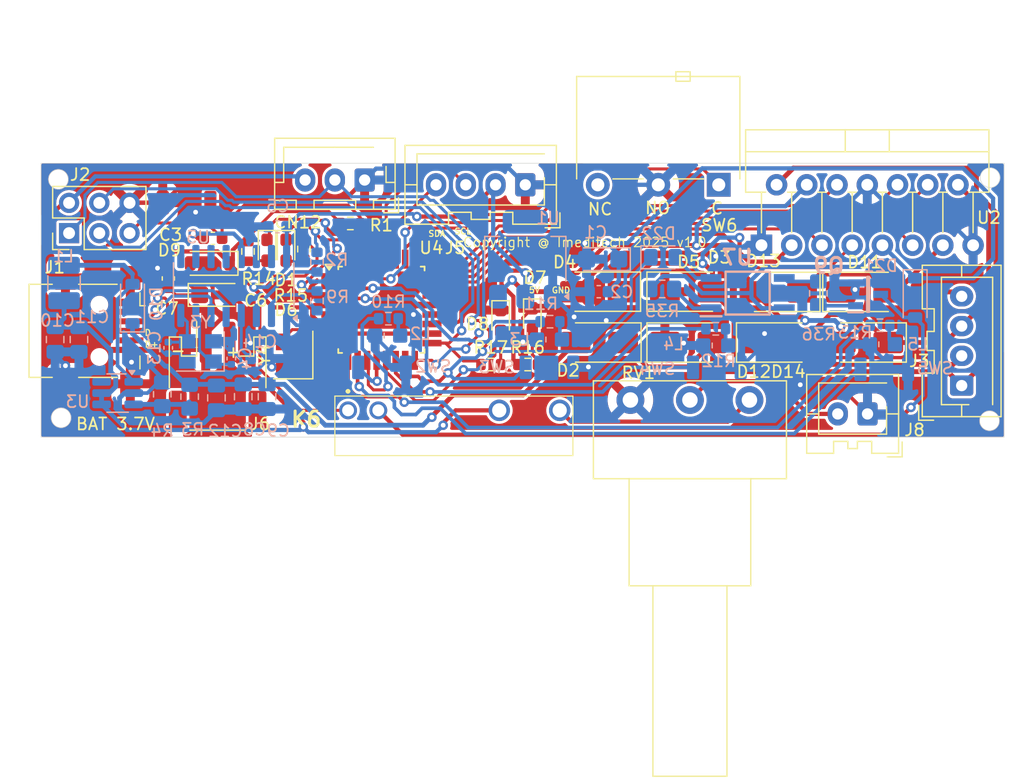
<source format=kicad_pcb>
(kicad_pcb (version 20241229) (generator "pcbnew") (generator_version "9.0")
  (layers (0 "F.Cu" signal) (2 "B.Cu" signal) (13 "F.Paste" user) (15 "B.Paste" user) (5 "F.SilkS" user "F.Silkscreen") (7 "B.SilkS" user "B.Silkscreen") (1 "F.Mask" user) (3 "B.Mask" user) (25 "Edge.Cuts" user))
  (net 0 "")
  (net 1 "GND")
  (net 2 "+5V")
  (net 3 "Net-(U5-V3)")
  (net 4 "+3.7V")
  (net 5 "Net-(D10-A)")
  (net 6 "Net-(D21-A)")
  (net 7 "Net-(D2-K)")
  (net 8 "Net-(D4-K)")
  (net 9 "Net-(D22-A)")
  (net 10 "Net-(L2-Pad1)")
  (net 11 "Net-(R35-Pad1)")
  (net 12 "Net-(R36-Pad1)")
  (net 13 "Net-(Q9-B)")
  (net 15 "Net-(D11-A)")
  (net 16 "Net-(D12-A)")
  (net 18 "Net-(U3-FB)")
  (net 19 "Net-(L3-Pad1)")
  (net 20 "Net-(L4-Pad1)")
  (net 21 "Net-(L5-Pad1)")
  (net 22 "Net-(J8-Pin_2)")
  (net 23 "Net-(K6-COM)")
  (net 24 "RST")
  (net 25 "DTR")
  (net 26 "unconnected-(U4-AREF-Pad20)")
  (net 27 "Net-(D9-A)")
  (net 28 "VIN")
  (net 29 "RX0")
  (net 30 "Net-(D1-A)")
  (net 31 "Net-(D6-A)")
  (net 32 "TX1")
  (net 33 "Net-(D7-A)")
  (net 34 "Net-(D8-A)")
  (net 35 "D-")
  (net 36 "D+")
  (net 38 "D11")
  (net 39 "D12")
  (net 40 "D13")
  (net 41 "A4")
  (net 42 "A5")
  (net 43 "Net-(U5-RXD)")
  (net 44 "Net-(U5-TXD)")
  (net 45 "A0")
  (net 46 "A3")
  (net 47 "A1")
  (net 48 "A2")
  (net 49 "D3")
  (net 50 "/Micro_switch")
  (net 51 "XTAL1")
  (net 52 "A6")
  (net 53 "XTAL2")
  (net 54 "XO")
  (net 58 "XI")
  (net 62 "D8")
  (net 63 "D10")
  (net 64 "D4")
  (net 65 "/IN1")
  (net 66 "/PullBack")
  (net 67 "/LED1")
  (net 68 "/power")
  (net 69 "/LED4")
  (footprint "LED_SMD:LED_0603_1608Metric_Pad1.05x0.95mm_HandSolder" (layer "F.Cu") (at 106.4 115.5 -90)
    (property "Reference" "D6")
    (property "Value" "KT-0603R")
  )
  (footprint "Diode_SMD:D_SMA" (layer "F.Cu") (at 132.7175 123.25 180)
    (property "Reference" "D2")
    (property "Value" "1N4001 M1")
  )
  (footprint "Resistor_SMD:R_0603_1608Metric" (layer "F.Cu") (at 107.9 115.4 -90)
    (property "Reference" "R15")
    (property "Value" "1kΩ")
  )
  (footprint "Connector_PinHeader_2.54mm:PinHeader_2x03_P2.54mm_Vertical" (layer "F.Cu") (at 88.17 114.06 90)
    (property "Reference" "J2")
    (property "Value" "ISP_Header")
  )
  (footprint "Button_Switch_THT:SW_XKB_DM1-16UD-1" (layer "F.Cu") (at 142.75 110)
    (property "Reference" "SW6")
    (property "Value" "SW_Wuerth_450301014042")
  )
  (footprint "Resistor_SMD:R_0603_1608Metric" (layer "F.Cu") (at 126.7 125.1)
    (property "Reference" "R16")
    (property "Value" "1kΩ")
  )
  (footprint "Diode_SMD:D_SMA" (layer "F.Cu") (at 147.75 123.25)
    (property "Reference" "D12")
    (property "Value" "1N4001 M1")
  )
  (footprint "Connector_JST:JST_PH_S2B-PH-SM4-TB_1x02-1MP_P2.00mm_Horizontal" (layer "F.Cu") (at 100.65 126.1)
    (property "Reference" "J6")
    (property "Value" "S2B-PH-SM4-TB(LF)(SN)")
  )
  (footprint "Connector_JST:JST_XH_B3B-XH-AM_1x03_P2.50mm_Vertical" (layer "F.Cu") (at 113 109.6 180)
    (property "Reference" "CN12")
    (property "Value" "SMW250-03")
  )
  (footprint "Diode_SMD:D_SMA" (layer "F.Cu") (at 140.228333 123.25)
    (property "Reference" "D3")
    (property "Value" "1N4001 M1")
  )
  (footprint "Diode_SMD:D_SMA" (layer "F.Cu") (at 140.228333 118.98)
    (property "Reference" "D5")
    (property "Value" "1N4001 M1")
  )
  (footprint "Diode_SMD:D_SMA" (layer "F.Cu") (at 147.75 119 180)
    (property "Reference" "D13")
    (property "Value" "1N4001 M1")
  )
  (footprint "Package_QFP:TQFP-32_7x7mm_P0.8mm" (layer "F.Cu") (at 114.41 120.5)
    (property "Reference" "U4")
    (property "Value" "ATmega328P-AU")
  )
  (footprint "Connector_JST:JST_XA_B02B-XASK-1-A_1x02_P2.50mm_Vertical" (layer "F.Cu") (at 155.25 129.25 180)
    (property "Reference" "J8")
    (property "Value" "SMW250-02")
  )
  (footprint "Capacitor_Tantalum_SMD:CP_EIA-3216-10_Kemet-I" (layer "F.Cu") (at 100.5 119.25)
    (property "Reference" "C6")
    (property "Value" "1206B475K250NT")
  )
  (footprint "Diode_SMD:D_SMA" (layer "F.Cu") (at 155 123.25 180)
    (property "Reference" "D14")
    (property "Value" "1N4001 M1")
  )
  (footprint "Connector_JST:JST_XA_B04B-XASK-1-A_1x04_P2.50mm_Vertical" (layer "F.Cu") (at 163.16 126.87 90)
    (property "Reference" "J3")
    (property "Value" "SMW250-04")
  )
  (footprint "Crystal:Crystal_SMD_3225-4Pin_3.2x2.5mm" (layer "F.Cu") (at 107 124.3 90)
    (property "Reference" "Y4")
    (property "Value" "X322516MLB4SI")
  )
  (footprint "LED_SMD:LED_0603_1608Metric_Pad1.05x0.95mm_HandSolder" (layer "F.Cu") (at 124.43 121.4 -90)
    (property "Reference" "D8")
    (property "Value" "KT-0603R")
  )
  (footprint "Diode_SMD:D_SMA" (layer "F.Cu") (at 155 119)
    (property "Reference" "D11")
    (property "Value" "1N4001 M1")
  )
  (footprint "APAN3105:APAN3105" (layer "F.Cu") (at 111.61 128.95)
    (property "Reference" "K6")
    (property "Value" "APAN3105" (hide yes))
  )
  (footprint "Resistor_SMD:R_0603_1608Metric" (layer "F.Cu") (at 111.8 113.25)
    (property "Reference" "R1")
    (property "Value" "0603WAF1002T5E")
  )
  (footprint "Connector_JST:JST_XA_B04B-XASK-1-A_1x04_P2.50mm_Vertical" (layer "F.Cu") (at 126.5 110 180)
    (property "Reference" "J5")
    (property "Value" "SMW250-04")
  )
  (footprint "Resistor_SMD:R_0603_1608Metric" (layer "F.Cu") (at 123.6 125.1)
    (property "Reference" "R17")
    (property "Value" "1kΩ")
  )
  (footprint "Connector_USB:USB_Mini-B_Lumberg_2486_01_Horizontal" (layer "F.Cu") (at 90.715 122.27 -90)
    (property "Reference" "J1")
    (property "Value" "MINI 5PTP")
  )
  (footprint "Capacitor_SMD:C_0603_1608Metric" (layer "F.Cu") (at 100.25 114.5 180)
    (property "Reference" "C3")
    (property "Value" "CL10B104KA8NNNC")
  )
  (footprint "LED_SMD:LED_0603_1608Metric_Pad1.05x0.95mm_HandSolder" (layer "F.Cu") (at 104.8 115.5 -90)
    (property "Reference" "D1")
    (property "Value" "KT-0603R")
  )
  (footprint "NanoV3.3:SW_SPST_3.9x2.9mm" (layer "F.Cu") (at 100.04 111.5 180)
    (property "Reference" "SW1" (hide yes))
    (property "Value" "BX-TS-26-392932T" (hide yes))
  )
  (footprint "Diode_SMD:D_SOD-123" (layer "F.Cu") (at 100 116.6 180)
    (property "Reference" "D9")
    (property "Value" "SS14")
  )
  (footprint "Capacitor_SMD:C_0603_1608Metric" (layer "F.Cu") (at 96.51 117.87 90)
    (property "Reference" "C7")
    (property "Value" "CL10B104KA8NNNC")
  )
  (footprint "L298:TO-220-15_P2.54x2.54mm_StaggerOdd_Lead4.58mm_Vertical" (layer "F.Cu") (at 146.34 115.08)
    (property "Reference" "U2")
    (property "Value" "L298N" (hide yes))
  )
  (footprint "LED_SMD:LED_0603_1608Metric_Pad1.05x0.95mm_HandSolder" (layer "F.Cu") (at 127.09 121.25 -90)
    (property "Reference" "D7")
    (property "Value" "KT-0603R")
  )
  (footprint "Diode_SMD:D_SMA" (layer "F.Cu") (at 132.6725 118.98 180)
    (property "Reference" "D4")
    (property "Value" "1N4001 M1")
  )
  (footprint "Resistor_SMD:R_0603_1608Metric" (layer "F.Cu") (at 103.2 115.6 -90)
    (property "Reference" "R14")
    (property "Value" "1kΩ")
  )
  (footprint "Potentiometer_THT:Potentiometer_Piher_PC-16_Single_Horizontal" (layer "F.Cu") (at 135.33 128.08 -90)
    (property "Reference" "RV1")
    (property "Value" "RK1631110U1Q")
  )
  (footprint "Crystal:Crystal_SMD_3225-4Pin_3.2x2.5mm" (layer "B.Cu") (at 99.2 124 180)
    (property "Reference" "Y3")
    (property "Value" "X322512MSB4SI")
  )
  (footprint "Resistor_SMD:R_0805_2012Metric_Pad1.20x1.40mm_HandSolder" (layer "B.Cu") (at 98.3 127.8 -90)
    (property "Reference" "R3")
    (property "Value" "0805W8F2003T5E")
  )
  (footprint "NanoV3.3:LED_0805_2012Metric" (layer "B.Cu") (at 156.5 123.4 -90)
    (property "Reference" "L5")
    (property "Value" "KT-0603R" (hide yes))
  )
  (footprint "Resistor_SMD:R_0603_1608Metric" (layer "B.Cu") (at 142.5 122.1 180)
    (property "Reference" "R12")
    (property "Value" "0603WAF1002T5E")
  )
  (footprint "Capacitor_SMD:C_0603_1608Metric" (layer "B.Cu") (at 104.2 124.6 180)
    (property "Reference" "C14")
    (property "Value" "CL10B104KA8NNNC")
  )
  (footprint "Capacitor_SMD:C_0805_2012Metric_Pad1.18x1.45mm_HandSolder" (layer "B.Cu") (at 89 123 -90)
    (property "Reference" "C11")
    (property "Value" "CC0805KRX7R9BB104")
  )
  (footprint "NanoV3.3:LED_0805_2012Metric" (layer "B.Cu") (at 142.5 123.5 -90)
    (property "Reference" "L4")
    (property "Value" "KT-0603R" (hide yes))
  )
  (footprint "Capacitor_SMD:C_0805_2012Metric_Pad1.18x1.45mm_HandSolder" (layer "B.Cu") (at 102.8 127.8 -90)
    (property "Reference" "C8")
    (property "Value" "CL21A226MAQNNNE")
  )
  (footprint "Capacitor_SMD:C_0805_2012Metric_Pad1.18x1.45mm_HandSolder" (layer "B.Cu") (at 87 123 -90)
    (property "Reference" "C10")
    (property "Value" "CL21A475KAQNNNE")
  )
  (footprint "Capacitor_SMD:C_0402_1005Metric" (layer "B.Cu") (at 101.8 124.6 90)
    (property "Reference" "C4")
    (property "Value" "0402CG200J500NT")
  )
  (footprint "Capacitor_SMD:C_0603_1608Metric" (layer "B.Cu") (at 132.6725 118.98 180)
    (property "Reference" "C2")
    (property "Value" "CL10B104KA8NNNC")
  )
  (footprint "Capacitor_SMD:C_0402_1005Metric" (layer "B.Cu") (at 96.5 123.7 -90)
    (property "Reference" "C13")
    (property "Value" "0402CG200J500NT")
  )
  (footprint "Resistor_SMD:R_0603_1608Metric" (layer "B.Cu") (at 109 116.5 90)
    (property "Reference" "R2")
    (property "Value" "1kΩ")
  )
  (footprint "2n2222:SOT96P237X111-3N" (layer "B.Cu") (at 155.3 119.205)
    (property "Reference" "Q9")
    (property "Value" "MMBT2222LT1G" (hide yes))
  )
  (footprint "pc357:SOP254P675X300-4N" (layer "B.Cu") (at 145.18 119.1)
    (property "Reference" "U7")
    (property "Value" "PC357N3J000F" (hide yes))
  )
  (footprint "NanoV3.3:SW_SPST_3.9x2.9mm" (layer "B.Cu") (at 130.526917 125.34 180)
    (property "Reference" "SW3")
    (property "Value" "BX-TS-26-392932T" (hide yes))
  )
  (footprint "Capacitor_SMD:C_0603_1608Metric" (layer "B.Cu") (at 105.675 113.525)
    (property "Reference" "C5")
    (property "Value" "CL10B104KA8NNNC")
  )
  (footprint "Capacitor_Tantalum_SMD:CP_EIA-3216-10_Kemet-I" (layer "B.Cu") (at 133 116.25 180)
    (property "Reference" "C1")
    (property "Value" "1206B475K250NT")
  )
  (footprint "Resistor_SMD:R_0603_1608Metric" (layer "B.Cu") (at 128.575 121.5 180)
    (property "Reference" "R11")
    (property "Value" "0603WAF1002T5E")
  )
  (footprint "LED_SMD:LED_0805_2012Metric_Pad1.15x1.40mm_HandSolder" (layer "B.Cu") (at 138.0725 116.09)
    (property "Reference" "D22")
    (property "Value" "KT-0603R")
  )
  (footprint "Capacitor_SMD:C_0805_2012Metric_Pad1.18x1.45mm_HandSolder" (layer "B.Cu") (at 104.8 127.8 -90)
    (property "Reference" "C9")
    (property "Value" "CL21A226MAQNNNE")
  )
  (footprint "Package_SO:SOIC-16_3.9x9.9mm_P1.27mm" (layer "B.Cu") (at 102 118.5 90)
    (property "Reference" "U5")
    (property "Value" "CH340G")
  )
  (footprint "Resistor_SMD:R_0805_2012Metric_Pad1.20x1.40mm_HandSolder" (layer "B.Cu") (at 151.12 119.12 -90)
    (property "Reference" "R36")
    (property "Value" "0603WAF1002T5E")
  )
  (footprint "Diode_SMD:D_SOD-123" (layer "B.Cu") (at 159.25 119.5 -90)
    (property "Reference" "D21")
    (property "Value" "1N4148W")
  )
  (footprint "Resistor_SMD:R_0805_2012Metric_Pad1.20x1.40mm_HandSolder" (layer "B.Cu") (at 138 118.75 180)
    (property "Reference" "R35")
    (property "Value" "0603WAF1002T5E")
  )
  (footprint "NanoV3.3:LED_0805_2012Metric" (layer "B.Cu") (at 128.53 123 -90)
    (property "Reference" "L3")
    (property "Value" "KT-0603R" (hide yes))
  )
  (footprint "Capacitor_SMD:C_0805_2012Metric_Pad1.18x1.45mm_HandSolder" (layer "B.Cu") (at 100.55 127.9 -90)
    (property "Reference" "C12")
    (property "Value" "CC0805KRX7R9BB104")
  )
  (footprint "NanoV3.3:SW_SPST_3.9x2.9mm" (layer "B.Cu") (at 116.46025 125.34 180)
    (property "Reference" "SW2")
    (property "Value" "BX-TS-26-392932T" (hide yes))
  )
  (footprint "Resistor_SMD:R_0603_1608Metric" (layer "B.Cu") (at 115 121.25 180)
    (property "Reference" "R10")
    (property "Value" "0603WAF1002T5E")
  )
  (footprint "NanoV3.3:SW_SPST_3.9x2.9mm" (layer "B.Cu") (at 144.593583 125.34 180)
    (property "Reference" "SW4")
    (property "Value" "BX-TS-26-392932T" (hide yes))
  )
  (footprint "Package_TO_SOT_SMD:SOT-223" (layer "B.Cu") (at 126.5 116.25 90)
    (property "Reference" "U1")
    (property "Value" "AMS1117-5.0")
  )
  (footprint "Resistor_SMD:R_0603_1608Metric" (layer "B.Cu") (at 109 119.75 90)
    (property "Reference" "R9")
    (property "Value" "1kΩ")
  )
  (footprint "NanoV3.3:SW_SPST_3.9x2.9mm" (layer "B.Cu") (at 158.66025 125.5 180)
    (property "Reference" "SW5")
    (property "Value" "BX-TS-26-392932T" (hide yes))
  )
  (footprint "Inductor_SMD:L_1210_3225Metric_Pad1.42x2.65mm_HandSolder" (layer "B.Cu") (at 87.75 118.25 90)
    (property "Reference" "L1")
    (property "Value" "NLCV32T-6R8M-EF")
  )
  (footprint "Resistor_SMD:R_0603_1608Metric" (layer "B.Cu") (at 156.3 121.8 180)
    (property "Reference" "R13")
    (property "Value" "0603WAF1002T5E")
  )
  (footprint "Diode_SMD:D_SOD-123" (layer "B.Cu") (at 93.5 120 90)
    (property "Reference" "D10")
    (property "Value" "SS14")
  )
  (footprint "NanoV3.3:LED_0805_2012Metric" (layer "B.Cu") (at 114.94 122.67 -90)
    (property "Reference" "L2")
    (property "Value" "KT-0603R" (hide yes))
  )
  (footprint "Package_TO_SOT_SMD:SOT-23-6_Handsoldering" (layer "B.Cu") (at 92.25 127.5 180)
    (property "Reference" "U3")
    (property "Value" "MT3608")
  )
  (footprint "Resistor_SMD:R_0805_2012Metric_Pad1.20x1.40mm_HandSolder" (layer "B.Cu") (at 96 127.6 90)
    (property "Reference" "R4")
    (property "Value" "0805W8F1002T5E")
  )
  (gr_circle (center 165.5 129.8255) (end 166.3255 129.8255) (stroke (width 0.05)) (fill no) (layer "Edge.Cuts"))
  (gr_circle (center 87.5 129.5755) (end 88.3255 129.5755) (stroke (width 0.05)) (fill no) (layer "Edge.Cuts"))
  (gr_circle (center 87.27 109.54) (end 88.0955 109.54) (stroke (width 0.05)) (fill no) (layer "Edge.Cuts"))
  (gr_circle (center 165.55 109.4055) (end 166.3755 109.4055) (stroke (width 0.05)) (fill no) (layer "Edge.Cuts"))
  (gr_rect (start 85.81 108.19) (end 166.73 131.2) (stroke (width 0.05)) (fill no) (layer "Edge.Cuts"))
  (gr_text "GND" (at 128.67 119.15 0) (layer "F.SilkS") (effects (font (size 0.5 0.5) (thickness 0.1) (bold yes)) (justify left bottom)))
  (gr_text "SCL" (at 120.5 114.2 0) (layer "F.SilkS") (effects (font (size 0.5 0.5) (thickness 0.1) (bold yes)) (justify left bottom)))
  (gr_text "Copyright @ Imeditech 2025 v1.0" (at 121.2 115.3 -0) (layer "F.SilkS") (effects (font (size 0.8 0.8) (thickness 0.1)) (justify left bottom)))
  (gr_text "D-" (at 94.47 122.72 0) (layer "F.SilkS") (effects (font (size 0.5 0.5) (thickness 0.1) (bold yes)) (justify left bottom)))
  (gr_text "-" (at 96.61 124.5 0) (layer "F.SilkS") (effects (font (size 1 1)) (justify left bottom)))
  (gr_text "+" (at 101.26 124.61 0) (layer "F.SilkS") (effects (font (size 1 1)) (justify left bottom)))
  (gr_text "BAT 3.7V" (at 88.66 130.68 0) (layer "F.SilkS") (effects (font (size 1 1)) (justify left bottom)))
  (gr_text "D+" (at 94.48 123.7 0) (layer "F.SilkS") (effects (font (size 0.5 0.5) (thickness 0.1) (bold yes)) (justify left bottom)))
  (gr_text "SDA" (at 118.3 114.4 0) (layer "F.SilkS") (effects (font (size 0.5 0.5) (thickness 0.1) (bold yes)) (justify left bottom)))
  (gr_text "5V" (at 126.75 119.14 0) (layer "F.SilkS") (effects (font (size 0.5 0.5) (thickness 0.1) (bold yes)) (justify left bottom)))
  (segment (start 111.4 111.2) (end 106.8 111.2) (width 0.3556) (layer "F.Cu") (net 1))
  (segment (start 124.43 120.525) (end 123.991 120.086) (width 0.254) (layer "F.Cu") (net 1))
  (segment (start 105.3 109.7) (end 97.94 109.7) (width 0.3556) (layer "F.Cu") (net 1))
  (segment (start 135.33 128.08) (end 132.55 125.3) (width 0.254) (layer "F.Cu") (net 1))
  (segment (start 106.8 111.2) (end 105.3 109.7) (width 0.3556) (layer "F.Cu") (net 1))
  (segment (start 152.6 126.6) (end 149.8 126.6) (width 0.3048) (layer "F.Cu") (net 1))
  (segment (start 123.991 117.309) (end 125.2 116.1) (width 0.254) (layer "F.Cu") (net 1))
  (segment (start 131.8 125.3) (end 132.6 124.5) (width 0.254) (layer "F.Cu") (net 1))
  (segment (start 87.865 125.2) (end 87.865 126.72) (width 0.3556) (layer "F.Cu") (net 1))
  (segment (start 93.415 126.62) (end 93.315 126.72) (width 0.3556) (layer "F.Cu") (net 1))
  (segment (start 117.1 120.4) (end 117.4 120.1) (width 0.3556) (layer "F.Cu") (net 1))
  (segment (start 93.315 117.82) (end 87.865 117.82) (width 0.3556) (layer "F.Cu") (net 1))
  (segment (start 87.865 117.82) (end 87.865 125.2) (width 0.3556) (layer "F.Cu") (net 1))
  (segment (start 129.7 116.1) (end 130.3 116.1) (width 0.254) (layer "F.Cu") (net 1))
  (segment (start 99.03 123.87) (end 93.415 123.87) (width 0.3556) (layer "F.Cu") (net 1))
  (segment (start 132.55 125.3) (end 131.8 125.3) (width 0.254) (layer "F.Cu") (net 1))
  (segment (start 99.65 123.25) (end 99.03 123.87) (width 0.3556) (layer "F.Cu") (net 1))
  (segment (start 110.16 119.3) (end 111.199 119.3) (width 0.3556) (layer "F.Cu") (net 1))
  (segment (start 105.3 125.4) (end 105.2 125.3) (width 0.25) (layer "F.Cu") (net 1))
  (segment (start 112.6 120.9) (end 117.1 120.9) (width 0.3556) (layer "F.Cu") (net 1))
  (segment (start 127.09 120.375) (end 126.2838 121.1812) (width 0.254) (layer "F.Cu") (net 1))
  (segment (start 93.415 124.9) (end 93.415 126.62) (width 0.3556) (layer "F.Cu") (net 1))
  (segment (start 149.8 126.6) (end 149.6 126.8) (width 0.3048) (layer "F.Cu") (net 1))
  (segment (start 138.228333 121) (end 138.228333 123.25) (width 0.4064) (layer "F.Cu") (net 1))
  (segment (start 126.2838 123.1838) (end 126.3 123.2) (width 0.254) (layer "F.Cu") (net 1))
  (segment (start 93.415 123.87) (end 93.415 124.9) (width 0.3556) (layer "F.Cu") (net 1))
  (segment (start 133.7 121) (end 138.228333 121) (width 0.254) (layer "F.Cu") (net 1))
  (segment (start 146.6 122.5) (end 143.809533 119.709533) (width 0.254) (layer "F.Cu") (net 1))
  (segment (start 143.809533 119.709533) (end 143.809533 117.309533) (width 0.254) (layer "F.Cu") (net 1))
  (segment (start 110.16 120.9) (end 112.6 120.9) (width 0.3556) (layer "F.Cu") (net 1))
  (segment (start 117.1 120.9) (end 117.1 120.4) (width 0.3556) (layer "F.Cu") (net 1))
  (segment (start 87.865 126.72) (end 93.315 126.72) (width 0.3556) (layer "F.Cu") (net 1))
  (segment (start 123.991 120.086) (end 123.991 117.309) (width 0.254) (layer "F.Cu") (net 1))
  (segment (start 132.6 124.5) (end 132.6 122.1) (width 0.254) (layer "F.Cu") (net 1))
  (segment (start 107.85 123.2) (end 107.85 123.35) (width 0.25) (layer "F.Cu") (net 1))
  (segment (start 138.228333 123.25) (end 139.75 123.25) (width 0.4064) (layer "F.Cu") (net 1))
  (segment (start 106.15 125.05) (end 106.15 125.4) (width 0.25) (layer "F.Cu") (net 1))
  (segment (start 101.8525 119.25) (end 103.4 120.7975) (width 0.3556) (layer "F.Cu") (net 1))
  (segment (start 106.15 125.4) (end 105.3 125.4) (width 0.25) (layer "F.Cu") (net 1))
  (segment (start 101.8525 120.3475) (end 101.8525 119.25) (width 0.3556) (layer "F.Cu") (net 1))
  (segment (start 132.6 122.1) (end 133.3 121.4) (width 0.254) (layer "F.Cu") (net 1))
  (segment (start 138.228333 118.98) (end 138.228333 121) (width 0.4064) (layer "F.Cu") (net 1))
  (segment (start 107.85 123.35) (end 106.15 125.05) (width 0.25) (layer "F.Cu") (net 1))
  (segment (start 103.4 120.7975) (end 103.4 123.3) (width 0.3556) (layer "F.Cu") (net 1))
  (segment (start 94.04 117.095) (end 93.315 117.82) (width 0.3556) (layer "F.Cu") (net 1))
  (segment (start 129.875 120.375) (end 130.6 121.1) (width 0.254) (layer "F.Cu") (net 1))
  (segment (start 143.809533 117.309533) (end 142.5 116) (width 0.254) (layer "F.Cu") (net 1))
  (segment (start 98 111.5) (end 98.8 112.3) (width 0.3556) (layer "F.Cu") (net 1))
  (segment (start 155.25 129.25) (end 152.6 126.6) (width 0.3048) (layer "F.Cu") (net 1))
  (segment (start 145.75 123.25) (end 145.85 123.25) (width 0.254) (layer "F.Cu") (net 1))
  (segment (start 93.27 111.5) (end 93.25 111.52) (width 0.3556) (layer "F.Cu") (net 1))
  (segment (start 117.4 120.1) (end 118.66 120.1) (width 0.3556) (layer "F.Cu") (net 1))
  (segment (start 93.27 111.5) (end 98 111.5) (width 0.3556) (layer "F.Cu") (net 1))
  (segment (start 96.14 111.5) (end 93.27 111.5) (width 0.3556) (layer "F.Cu") (net 1))
  (segment (start 145.85 123.25) (end 146.6 122.5) (width 0.254) (layer "F.Cu") (net 1))
  (segment (start 127.09 120.375) (end 129.875 120.375) (width 0.254) (layer "F.Cu") (net 1))
  (segment (start 111.199 119.3) (end 112.6 120.701) (width 0.3556) (layer "F.Cu") (net 1))
  (segment (start 113 109.6) (end 111.4 111.2) (width 0.3556) (layer "F.Cu") (net 1))
  (segment (start 99.65 123.25) (end 99.65 122.55) (width 0.3556) (layer "F.Cu") (net 1))
  (segment (start 139.75 123.25) (end 139.8 123.3) (width 0.4064) (layer "F.Cu") (net 1))
  (segment (start 97.94 109.7) (end 96.14 111.5) (width 0.3556) (layer "F.Cu") (net 1))
  (segment (start 133.3 121.4) (end 133.7 121) (width 0.254) (layer "F.Cu") (net 1))
  (segment (start 126.2838 121.1812) (end 126.2838 123.1838) (width 0.254) (layer "F.Cu") (net 1))
  (segment (start 99.65 122.55) (end 101.8525 120.3475) (width 0.3556) (layer "F.Cu") (net 1))
  (segment (start 96.51 117.095) (end 94.04 117.095) (width 0.3556) (layer "F.Cu") (net 1))
  (segment (start 112.6 120.701) (end 112.6 120.9) (width 0.3556) (layer "F.Cu") (net 1))
  (segment (start 130.3 116.1) (end 131.5 114.9) (width 0.254) (layer "F.Cu") (net 1))
  (segment (start 125.2 116.1) (end 129.7 116.1) (width 0.254) (layer "F.Cu") (net 1))
  (via (at 93.415 124.9) (size 0.8) (drill 0.4) (layers "F.Cu" "B.Cu") (net 1))
  (via (at 154.2 118.8) (size 0.8) (drill 0.4) (layers "F.Cu" "B.Cu") (net 1))
  (via (at 126.3 123.2) (size 0.8) (drill 0.4) (layers "F.Cu" "B.Cu") (net 1))
  (via (at 95.6 117) (size 0.8) (drill 0.4) (layers "F.Cu" "B.Cu") (net 1))
  (via (at 133.3 121.4) (size 0.8) (drill 0.4) (layers "F.Cu" "B.Cu") (net 1))
  (via (at 142.5 116) (size 0.8) (drill 0.4) (layers "F.Cu" "B.Cu") (net 1))
  (via (at 139.8 123.3) (size 0.8) (drill 0.4) (layers "F.Cu" "B.Cu") (net 1))
  (via (at 105.2 125.3) (size 0.8) (drill 0.4) (layers "F.Cu" "B.Cu") (net 1))
  (via (at 130.6 121.1) (size 0.8) (drill 0.4) (layers "F.Cu" "B.Cu") (net 1))
  (via (at 87.865 125.2) (size 0.8) (drill 0.4) (layers "F.Cu" "B.Cu") (net 1))
  (via (at 117.1 120.9) (size 0.8) (drill 0.4) (layers "F.Cu" "B.Cu") (net 1))
  (via (at 103.4 123.3) (size 0.8) (drill 0.4) (layers "F.Cu" "B.Cu") (net 1))
  (via (at 149.6 126.8) (size 0.8) (drill 0.4) (layers "F.Cu" "B.Cu") (net 1))
  (via (at 131.8 125.3) (size 0.8) (drill 0.4) (layers "F.Cu" "B.Cu") (net 1))
  (via (at 131.5 114.9) (size 0.8) (drill 0.4) (layers "F.Cu" "B.Cu") (net 1))
  (via (at 98.8 112.3) (size 0.8) (drill 0.4) (layers "F.Cu" "B.Cu") (net 1))
  (via (at 146.6 122.5) (size 0.8) (drill 0.4) (layers "F.Cu" "B.Cu") (net 1))
  (segment (start 113.89 122.76975) (end 116.46025 125.34) (width 0.3048) (layer "B.Cu") (net 1))
  (segment (start 137.67 110) (end 136.288 108.618) (width 0.3556) (layer "B.Cu") (net 1))
  (segment (start 100.55 128.9) (end 100.5 128.95) (width 0.4064) (layer "B.Cu") (net 1))
  (segment (start 141.45 123.5) (end 143.29 125.34) (width 0.3048) (layer "B.Cu") (net 1))
  (segment (start 135.6 110) (end 137.67 110) (width 0.3556) (layer "B.Cu") (net 1))
  (segment (start 130.6 121.1) (end 133 121.1) (width 0.254) (layer "B.Cu") (net 1))
  (segment (start 94.75 127.5) (end 96 126.25) (width 0.3048) (layer "B.Cu") (net 1))
  (segment (start 149.6 125.5) (end 146.6 122.5) (width 0.3048) (layer "B.Cu") (net 1))
  (segment (start 102.6 125.039992) (end 102.964208 125.4042) (width 0.25) (layer "B.Cu") (net 1))
  (segment (start 92.4126 127.907401) (end 92.820001 127.5) (width 0.4064) (layer "B.Cu") (net 1))
  (segment (start 107.27 121.8) (end 106.445 120.975) (width 0.3048) (layer "B.Cu") (net 1))
  (segment (start 146.34 115.08) (end 146.34 113.76) (width 0.3556) (layer "B.Cu") (net 1))
  (segment (start 129.372298 108.618) (end 127.990298 110) (width 0.3556) (layer "B.Cu") (net 1))
  (segment (start 104.8 128.8375) (end 104.2 128.8375) (width 0.4064) (layer "B.Cu") (net 1))
  (segment (start 149.2 112.9) (end 149.9 112.2) (width 0.3556) (layer "B.Cu") (net 1))
  (segment (start 104.975 125.075) (end 105.2 125.3) (width 0.25) (layer "B.Cu") (net 1))
  (segment (start 96.5 124.18) (end 97.43 124.18) (width 0.25) (layer "B.Cu") (net 1))
  (segment (start 116.46025 125.34) (end 117.1 124.70025) (width 0.3048) (layer "B.Cu") (net 1))
  (segment (start 155.45 123.5) (end 157.29 125.34) (width 0.3048) (layer "B.Cu") (net 1))
  (segment (start 154.25 118.25) (end 154.2 118.3) (width 0.254) (layer "B.Cu") (net 1))
  (segment (start 102.109999 124.12) (end 102.6 124.610001) (width 0.25) (layer "B.Cu") (net 1))
  (segment (start 87 124.335) (end 87.865 125.2) (width 0.4064) (layer "B.Cu") (net 1))
  (segment (start 141.45 123.5) (end 140 123.5) (width 0.3048) (layer "B.Cu") (net 1))
  (segment (start 104.2 128.8375) (end 104.1375 128.9) (width 0.4064) (layer "B.Cu") (net 1))
  (segment (start 149.9 112.2) (end 153.03 112.2) (width 0.3556) (layer "B.Cu") (net 1))
  (segment (start 104.1708 125.4042) (end 104.975 124.6) (width 0.25) (layer "B.Cu") (net 1))
  (segment (start 161.54 112.5) (end 157.73 112.5) (width 0.3556) (layer "B.Cu") (net 1))
  (segment (start 95.6 115.5) (end 95.6 117) (width 0.3556) (layer "B.Cu") (net 1))
  (segment (start 94.65 124.9) (end 96 126.25) (width 0.3556) (layer "B.Cu") (net 1))
  (segment (start 131.6475 113.9525) (end 135.6 110) (width 0.3556) (layer "B.Cu") (net 1))
  (segment (start 102.6 124.610001) (end 102.6 125.039992) (width 0.25) (layer "B.Cu") (net 1))
  (segment (start 105.9 123.3) (end 103.4 123.3) (width 0.3048) (layer "B.Cu") (net 1))
  (segment (start 146.34 113.76) (end 147.2 112.9) (width 0.3556) (layer "B.Cu") (net 1))
  (segment (start 96.190001 124.18) (end 94.6708 122.660799) (width 0.25) (layer "B.Cu") (net 1))
  (segment (start 131.6475 118.73) (end 131.8975 118.98) (width 0.3556) (layer "B.Cu") (net 1))
  (segment (start 126.5 110) (end 125.143 108.643) (width 0.3556) (layer "B.Cu") (net 1))
  (segment (start 93.559536 130) (end 92.4126 128.853064) (width 0.4064) (layer "B.Cu") (net 1))
  (segment (start 153.03 112.2) (end 155.23 110) (width 0.3556) (layer "B.Cu") (net 1))
  (segment (start 93.6 127.5) (end 94.75 127.5) (width 0.3048) (layer "B.Cu") (net 1))
  (segment (start 131.6475 116.25) (end 131.6475 118.73) (width 0.3556) (layer "B.Cu") (net 1))
  (segment (start 113.480165 120.4) (end 112.080165 121.8) (width 0.3048) (layer "B.Cu") (net 1))
  (segment (start 92.4126 128.853064) (end 92.4126 127.907401) (width 0.4064) (layer "B.Cu") (net 1))
  (segment (start 136.288 108.618) (end 129.372298 108.618) (width 0.3556) (layer "B.Cu") (net 1))
  (segment (start 112.080165 121.8) (end 107.27 121.8) (width 0.3048) (layer "B.Cu") (net 1))
  (segment (start 160.4 129.6) (end 155.6 129.6) (width 0.254) (layer "B.Cu") (net 1))
  (segment (start 106.445 122.755) (end 105.9 123.3) (width 0.3048) (layer "B.Cu") (net 1))
  (segment (start 125.143 108.643) (end 113.957 108.643) (width 0.3556) (layer "B.Cu") (net 1))
  (segment (start 157.73 112.5) (end 155.23 110) (width 0.3556) (layer "B.Cu") (net 1))
  (segment (start 98.8 112.3) (end 95.6 115.5) (width 0.3556) (layer "B.Cu") (net 1))
  (segment (start 94.6708 122.660799) (end 94.6708 117.9292) (width 0.25) (layer "B.Cu") (net 1))
  (segment (start 131.6475 116.25) (end 131.6475 113.9525) (width 0.3556) (layer "B.Cu") (net 1))
  (segment (start 87 124.0375) (end 89 124.0375) (width 0.4064) (layer "B.Cu") (net 1))
  (segment (start 146.34 115.08) (end 145.42 116) (width 0.3556) (layer "B.Cu") (net 1))
  (segment (start 154.2 118.3) (end 154.2 118.8) (width 0.254) (layer "B.Cu") (net 1))
  (segment (start 92.820001 127.5) (end 93.6 127.5) (width 0.4064) (layer "B.Cu") (net 1))
  (segment (start 127.990298 110) (end 126.5 110) (width 0.3556) (layer "B.Cu") (net 1))
  (segment (start 158.66025 125.34) (end 158.66025 127.294127) (width 0.3048) (layer "B.Cu") (net 1))
  (segment (start 147.2 112.9) (end 149.2 112.9) (width 0.3556) (layer "B.Cu") (net 1))
  (segment (start 149.6 126.8) (end 149.6 125.5) (width 0.3048) (layer "B.Cu") (net 1))
  (segment (start 161 129) (end 160.4 129.6) (width 0.254) (layer "B.Cu") (net 1))
  (segment (start 100.83 123.15) (end 101.8 124.12) (width 0.25) (layer "B.Cu") (net 1))
  (segment (start 127.48 123) (end 126.5 123) (width 0.254) (layer "B.Cu") (net 1))
  (segment (start 157.3 118) (end 159.2 119.9) (width 0.254) (layer "B.Cu") (net 1))
  (segment (start 133 121.1) (end 133.3 121.4) (width 0.254) (layer "B.Cu") (net 1))
  (segment (start 159.2 119.9) (end 160.1 119.9) (width 0.254) (layer "B.Cu") (net 1))
  (segment (start 102.964208 125.4042) (end 104.1708 125.4042) (width 0.25) (layer "B.Cu") (net 1))
  (segment (start 143.29 125.34) (end 144.593583 125.34) (width 0.3048) (layer "B.Cu") (net 1))
  (segment (start 104.975 124.6) (end 104.975 125.075) (width 0.25) (layer "B.Cu") (net 1))
  (segment (start 140 123.5) (end 139.8 123.3) (width 0.3048) (layer "B.Cu") (net 1))
  (segment (start 126.5 123) (end 126.3 123.2) (width 0.254) (layer "B.Cu") (net 1))
  (segment (start 100.025 113.525) (end 104.9 113.525) (width 0.3556) (layer "B.Cu") (net 1))
  (segment (start 155.6 129.6) (end 155.25 129.25) (width 0.254) (layer "B.Cu") (net 1))
  (segment (start 104.975 124.6) (end 104.7 124.6) (width 0.25) (layer "B.Cu") (net 1))
  (segment (start 131.76 125.34) (end 131.8 125.3) (width 0.254) (layer "B.Cu") (net 1))
  (segment (start 94.6708 117.9292) (end 95.6 117) (width 0.25) (layer "B.Cu") (net 1))
  (segment (start 98.8 112.3) (end 100.025 113.525) (width 0.3556) (layer "B.Cu") (net 1))
  (segment (start 131.8975 118.98) (end 129.22 118.98) (width 0.3556) (layer "B.Cu") (net 1))
  (segment (start 145.42 116) (end 142.5 116) (width 0.3556) (layer "B.Cu") (net 1))
  (segment (start 106.445 120.975) (end 106.445 122.755) (width 0.3048) (layer "B.Cu") (net 1))
  (segment (start 101.8 124.12) (end 102.109999 124.12) (width 0.25) (layer "B.Cu") (net 1))
  (segment (start 117.1 124.70025) (end 117.1 120.9) (width 0.3048) (layer "B.Cu") (net 1))
  (segment (start 104.7 124.6) (end 103.4 123.3) (width 0.25) (layer "B.Cu") (net 1))
  (segment (start 144.593583 125.34) (end 146.6 123.333583) (width 0.3048) (layer "B.Cu") (net 1))
  (segment (start 128.9 119.4) (end 130.6 121.1) (width 0.3556) (layer "B.Cu") (net 1))
  (segment (start 100.57 123.42) (end 100.3 123.15) (width 0.25) (layer "B.Cu") (net 1))
  (segment (start 104.1375 128.9) (end 100.55 128.9) (width 0.4064) (layer "B.Cu") (net 1))
  (segment (start 154.2 118.8) (end 155 118) (width 0.254) (layer "B.Cu") (net 1))
  (segment (start 128.8 119.4) (end 128.9 119.4) (width 0.3556) (layer "B.Cu") (net 1))
  (segment (start 113.957 108.643) (end 113 109.6) (width 0.3556) (layer "B.Cu") (net 1))
  (segment (start 157.29 125.34) (end 158.66025 125.34) (width 0.3048) (layer "B.Cu") (net 1))
  (segment (start 158.66025 127.294127) (end 156.704377 129.25) (width 0.3048) (layer "B.Cu") (net 1))
  (segment (start 100.3 123.15) (end 100.83 123.15) (width 0.25) (layer "B.Cu") (net 1))
  (segment (start 155 118) (end 157.3 118) (width 0.254) (layer "B.Cu") (net 1))
  (segment (start 164.12 115.08) (end 161.54 112.5) (width 0.3556) (layer "B.Cu") (net 1))
  (segment (start 156.704377 129.25) (end 155.25 129.25) (width 0.3048) (layer "B.Cu") (net 1))
  (segment (start 116.6 120.4) (end 113.480165 120.4) (width 0.3048) (layer "B.Cu") (net 1))
  (segment (start 97.43 124.18) (end 98.1 124.85) (width 0.25) (layer "B.Cu") (net 1))
  (segment (start 93.415 124.9) (end 94.65 124.9) (width 0.3556) (layer "B.Cu") (net 1))
  (segment (start 96.5 124.18) (end 96.190001 124.18) (width 0.25) (layer "B.Cu") (net 1))
  (segment (start 146.6 123.333583) (end 146.6 122.5) (width 0.3048) (layer "B.Cu") (net 1))
  (segment (start 113.89 122.67) (end 113.89 122.76975) (width 0.3048) (layer "B.Cu") (net 1))
  (segment (start 99.5 130) (end 93.559536 130) (width 0.4064) (layer "B.Cu") (net 1))
  (segment (start 160.1 119.9) (end 161 120.8) (width 0.254) (layer "B.Cu") (net 1))
  (segment (start 100.5 129) (end 99.5 130) (width 0.4064) (layer "B.Cu") (net 1))
  (segment (start 100.5 128.95) (end 100.5 129) (width 0.4064) (layer "B.Cu") (net 1))
  (segment (start 87 124.0375) (end 87 124.335) (width 0.4064) (layer "B.Cu") (net 1))
  (segment (start 117.1 120.9) (end 116.6 120.4) (width 0.3048) (layer "B.Cu") (net 1))
  (segment (start 161 120.8) (end 161 129) (width 0.254) (layer "B.Cu") (net 1))
  (segment (start 130.526917 125.34) (end 131.76 125.34) (width 0.254) (layer "B.Cu") (net 1))
  (segment (start 129.22 118.98) (end 128.8 119.4) (width 0.3556) (layer "B.Cu") (net 1))
  (segment (start 118.66 122.5) (end 111.999 122.5) (width 0.3556) (layer "F.Cu") (net 2))
  (segment (start 107.983208 117.6688) (end 104.9312 117.6688) (width 0.254) (layer "F.Cu") (net 2))
  (segment (start 87.68 111.52) (end 88.17 111.52) (width 0.3556) (layer "F.Cu") (net 2))
  (segment (start 124 110) (end 121.3302 112.6698) (width 0.3556) (layer "F.Cu") (net 2))
  (segment (start 124.5 117.519834) (end 124.5 118.4) (width 0.3556) (layer "F.Cu") (net 2))
  (segment (start 101.925 116.325) (end 101.65 116.6) (width 0.3556) (layer "F.Cu") (net 2))
  (segment (start 111.199 121.7) (end 110.16 121.7) (width 0.3556) (layer "F.Cu") (net 2))
  (segment (start 108.6 121) (end 108.6 120.3) (width 0.3556) (layer "F.Cu") (net 2))
  (segment (start 109 116.652008) (end 107.983208 117.6688) (width 0.254) (layer "F.Cu") (net 2))
  (segment (start 126.309917 117.209917) (end 124.809917 117.209917) (width 0.3556) (layer "F.Cu") (net 2))
  (segment (start 108.6 120.3) (end 108.8 120.1) (width 0.3556) (layer "F.Cu") (net 2))
  (segment (start 103.2 114.4) (end 105.3428 112.2572) (width 0.254) (layer "F.Cu") (net 2))
  (segment (start 103.8 118.8) (end 105.3 120.3) (width 0.3556) (layer "F.Cu") (net 2))
  (segment (start 133.4 114.9) (end 130.9 117.4) (width 0.3556) (layer "F.Cu") (net 2))
  (segment (start 107.9 114.575) (end 109 115.675) (width 0.254) (layer "F.Cu") (net 2))
  (segment (start 110.16 121.7) (end 109.3 121.7) (width 0.3556) (layer "F.Cu") (net 2))
  (segment (start 103.2 114.775) (end 102.625 114.775) (width 0.3556) (layer "F.Cu") (net 2))
  (segment (start 87.2 115.6) (end 86.4 114.8) (width 0.3556) (layer "F.Cu") (net 2))
  (segment (start 105.3428 112.2572) (end 110.002873 112.2572) (width 0.254) (layer "F.Cu") (net 2))
  (segment (start 104.2 119.1) (end 103.7 118.6) (width 0.254) (layer "F.Cu") (net 2))
  (segment (start 110.975 113.229327) (end 110.975 113.25) (width 0.254) (layer "F.Cu") (net 2))
  (segment (start 104.9312 117.6688) (end 103.8 118.8) (width 0.254) (layer "F.Cu") (net 2))
  (segment (start 121.3302 112.6698) (end 117.38915 112.6698) (width 0.3556) (layer "F.Cu") (net 2))
  (segment (start 100.65 115.6) (end 87.2 115.6) (width 0.3556) (layer "F.Cu") (net 2))
  (segment (start 86.4 112.8) (end 87.68 111.52) (width 0.3556) (layer "F.Cu") (net 2))
  (segment (start 124.5 118.4) (end 125.5 119.4) (width 0.3556) (layer "F.Cu") (net 2))
  (segment (start 102.625 114.775) (end 101.925 115.475) (width 0.3556) (layer "F.Cu") (net 2))
  (segment (start 104.2 125.5) (end 104.2 119.1) (width 0.254) (layer "F.Cu") (net 2))
  (segment (start 125.5 119.4) (end 125.5 124.725) (width 0.3556) (layer "F.Cu") (net 2))
  (segment (start 126.5 117.4) (end 126.309917 117.209917) (width 0.3556) (layer "F.Cu") (net 2))
  (segment (start 103.2 114.775) (end 103.2 114.4) (width 0.254) (layer "F.Cu") (net 2))
  (segment (start 109.3 121.7) (end 108.6 121) (width 0.3556) (layer "F.Cu") (net 2))
  (segment (start 101.65 116.65) (end 103.8 118.8) (width 0.3556) (layer "F.Cu") (net 2))
  (segment (start 124.809917 117.209917) (end 124.5 117.519834) (width 0.3556) (layer "F.Cu") (net 2))
  (segment (start 111.999 122.5) (end 111.199 121.7) (width 0.3556) (layer "F.Cu") (net 2))
  (segment (start 107.65 128.95) (end 104.2 125.5) (width 0.254) (layer "F.Cu") (net 2))
  (segment (start 101.925 115.475) (end 101.925 116.325) (width 0.3556) (layer "F.Cu") (net 2))
  (segment (start 105.3 120.3) (end 108.6 120.3) (width 0.3556) (layer "F.Cu") (net 2))
  (segment (start 130.9 117.4) (end 126.6 117.4) (width 0.3556) (layer "F.Cu") (net 2))
  (segment (start 108.8 120.1) (end 110.16 120.1) (width 0.3556) (layer "F.Cu") (net 2))
  (segment (start 111.61 128.95) (end 107.65 128.95) (width 0.254) (layer "F.Cu") (net 2))
  (segment (start 101.65 116.6) (end 100.65 115.6) (width 0.3556) (layer "F.Cu") (net 2))
  (segment (start 125.5 124.725) (end 125.875 125.1) (width 0.3556) (layer "F.Cu") (net 2))
  (segment (start 86.4 114.8) (end 86.4 112.8) (width 0.3556) (layer "F.Cu") (net 2))
  (segment (start 109 115.675) (end 109 116.652008) (width 0.254) (layer "F.Cu") (net 2))
  (segment (start 101.65 116.6) (end 101.65 116.65) (width 0.3556) (layer "F.Cu") (net 2))
  (segment (start 110.002873 112.2572) (end 110.975 113.229327) (width 0.254) (layer "F.Cu") (net 2))
  (via (at 126.5 117.4) (size 0.8) (drill 0.4) (layers "F.Cu" "B.Cu") (net 2))
  (via (at 117.38915 112.6698) (size 0.8) (drill 0.4) (layers "F.Cu" "B.Cu") (net 2))
  (via (at 103.7 118.6) (size 0.8) (drill 0.4) (layers "F.Cu" "B.Cu") (net 2))
  (via (at 133.4 114.9) (size 0.8) (drill 0.4) (layers "F.Cu" "B.Cu") (net 2))
  (segment (start 145.5 119.1) (end 145.5 119.5) (width 0.3556) (layer "B.Cu") (net 2))
  (segment (start 156.5 115.08) (end 154.68 116.9) (width 0.3556) (layer "B.Cu") (net 2))
  (segment (start 145.5 118) (end 145.5 119.1) (width 0.3556) (layer "B.Cu") (net 2))
  (segment (start 145.5 119.5) (end 146.37 120.37) (width 0.3556) (layer "B.Cu") (net 2))
  (segment (start 134.3525 115.8525) (end 133.4 114.9) (width 0.3556) (layer "B.Cu") (net 2))
  (segment (start 134.3525 116.25) (end 134.3525 118.075) (width 0.3556) (layer "B.Cu") (net 2))
  (segment (start 164.15 117.85) (end 159.25 117.85) (width 0.3556) (layer "B.Cu") (net 2))
  (segment (start 137 118.75) (end 138.082 117.668) (width 0.3556) (layer "B.Cu") (net 2))
  (segment (start 146.37 120.37) (end 148.255 120.37) (width 0.3556) (layer "B.Cu") (net 2))
  (segment (start 106.45 116.02) (end 106.445 116.025) (width 0.3048) (layer "B.Cu") (net 2))
  (segment (start 124 110) (end 123.8 110.2) (width 0.3556) (layer "B.Cu") (net 2))
  (segment (start 133.4 114.9) (end 135.086 114.9) (width 0.3556) (layer "B.Cu") (net 2))
  (segment (start 156.5 115.08) (end 159.25 117.83) (width 0.3556) (layer "B.Cu") (net 2))
  (segment (start 108 109.6) (end 107.691 109.291) (width 0.3556) (layer "B.Cu") (net 2))
  (segment (start 107.5316 112.4434) (end 106.45 113.525) (width 0.3048) (layer "B.Cu") (net 2))
  (segment (start 134.3525 116.25) (end 134.3525 115.8525) (width 0.3556) (layer "B.Cu") (net 2))
  (segment (start 138.082 117.668) (end 139.919744 117.668) (width 0.3556) (layer "B.Cu") (net 2))
  (segment (start 106.445 116.999999) (end 104.844999 118.6) (width 0.3048) (layer "B.Cu") (net 2))
  (segment (start 106.445 116.025) (end 106.445 116.999999) (width 0.3048) (layer "B.Cu") (net 2))
  (segment (start 139.919744 117.668) (end 141.351744 119.1) (width 0.3556) (layer "B.Cu") (net 2))
  (segment (start 126.5 117.4) (end 126.5 119.4) (width 0.3556) (layer "B.Cu") (net 2))
  (segment (start 165.8 116.2) (end 164.15 117.85) (width 0.3556) (layer "B.Cu") (net 2))
  (segment (start 117.0434 112.4434) (end 107.5316 112.4434) (width 0.3048) (layer "B.Cu") (net 2))
  (segment (start 123.8 110.2) (end 123.8 114.9) (width 0.3556) (layer "B.Cu") (net 2))
  (segment (start 117.2698 112.6698) (end 117.0434 112.4434) (width 0.3048) (layer "B.Cu") (net 2))
  (segment (start 154.68 116.9) (end 146.6 116.9) (width 0.3556) (layer "B.Cu") (net 2))
  (segment (start 90.371095 109.291) (end 88.17 111.492095) (width 0.3556) (layer "B.Cu") (net 2))
  (segment (start 104.844999 118.6) (end 103.7 118.6) (width 0.3048) (layer "B.Cu") (net 2))
  (segment (start 165.8 111.136978) (end 165.8 116.2) (width 0.3556) (layer "B.Cu") (net 2))
  (segment (start 163.281022 108.618) (end 165.8 111.136978) (width 0.3556) (layer "B.Cu") (net 2))
  (segment (start 88.17 111.492095) (end 88.17 111.52) (width 0.3556) (layer "B.Cu") (net 2))
  (segment (start 106.45 113.525) (end 106.45 116.02) (width 0.3048) (layer "B.Cu") (net 2))
  (segment (start 126.3 117.4) (end 126.5 117.4) (width 0.3556) (layer "B.Cu") (net 2))
  (segment (start 123.8 114.9) (end 126.3 117.4) (width 0.3556) (layer "B.Cu") (net 2))
  (segment (start 159.25 117.83) (end 159.25 117.85) (width 0.3556) (layer "B.Cu") (net 2))
  (segment (start 141.351744 119.1) (end 145.5 119.1) (width 0.3556) (layer "B.Cu") (net 2))
  (segment (start 107.691 109.291) (end 90.371095 109.291) (width 0.3556) (layer "B.Cu") (net 2))
  (segment (start 146.6 116.9) (end 145.5 118) (width 0.3556) (layer "B.Cu") (net 2))
  (segment (start 134.3525 118.075) (end 133.4475 118.98) (width 0.3556) (layer "B.Cu") (net 2))
  (segment (start 141.368 108.618) (end 163.281022 108.618) (width 0.3556) (layer "B.Cu") (net 2))
  (segment (start 117.38915 112.6698) (end 117.2698 112.6698) (width 0.3048) (layer "B.Cu") (net 2))
  (segment (start 135.086 114.9) (end 141.368 108.618) (width 0.3556) (layer "B.Cu") (net 2))
  (segment (start 102.635 123.81) (end 102.635 120.975) (width 0.25) (layer "B.Cu") (net 3))
  (segment (start 103.425 124.6) (end 102.635 123.81) (width 0.25) (layer "B.Cu") (net 3))
  (segment (start 124.31 128.95) (end 120.65 128.95) (width 0.3556) (layer "F.Cu") (net 4))
  (segment (start 107.85 129.95) (end 107.85 130.35) (width 0.3556) (layer "F.Cu") (net 4))
  (segment (start 103.7 126.2) (end 104.1 126.2) (width 0.3556) (layer "F.Cu") (net 4))
  (segment (start 104.1 126.2) (end 107.85 129.95) (width 0.3556) (layer "F.Cu") (net 4))
  (segment (start 119.6 130) (end 119.6 130.2) (width 0.3556) (layer "F.Cu") (net 4))
  (segment (start 101.65 123.25) (end 101.65 124.15) (width 0.3556) (layer "F.Cu") (net 4))
  (segment (start 101.65 124.15) (end 103.7 126.2) (width 0.3556) (layer "F.Cu") (net 4))
  (segment (start 120.65 128.95) (end 119.6 130) (width 0.3556) (layer "F.Cu") (net 4))
  (via (at 107.85 130.35) (size 0.8) (drill 0.4) (layers "F.Cu" "B.Cu") (net 4))
  (via (at 119.6 130.2) (size 0.8) (drill 0.4) (layers "F.Cu" "B.Cu") (net 4))
  (segment (start 90.9 128.45) (end 90.9 127.5) (width 0.4064) (layer "B.Cu") (net 4))
  (segment (start 89 121.9625) (end 87 121.9625) (width 0.4064) (layer "B.Cu") (net 4))
  (segment (start 87.75 119.7375) (end 87.75 121.2125) (width 0.4064) (layer "B.Cu") (net 4))
  (segment (start 119.6 130.2) (end 119.0148 130.7852) (width 0.3556) (layer "B.Cu") (net 4))
  (segment (start 107.85 130.35) (end 107.8 130.3) (width 0.3556) (layer "B.Cu") (net 4))
  (segment (start 91.540464 127.5) (end 92.0874 126.953064) (width 0.4064) (layer "B.Cu") (net 4))
  (segment (start 93.05 130.6) (end 90.9 128.45) (width 0.3556) (layer "B.Cu") (net 4))
  (segment (start 119.0148 130.7852) (end 108.2852 130.7852) (width 0.3556) (layer "B.Cu") (net 4))
  (segment (start 107.85 130.35) (end 107.6 130.6) (width 0.3556) (layer "B.Cu") (net 4))
  (segment (start 91.6692 125.728736) (end 91.6692 123.9067) (width 0.4064) (layer "B.Cu") (net 4))
  (segment (start 92.0874 126.146936) (end 91.6692 125.728736) (width 0.4064) (layer "B.Cu") (net 4))
  (segment (start 90.9 127.5) (end 91.540464 127.5) (width 0.4064) (layer "B.Cu") (net 4))
  (segment (start 108.2852 130.7852) (end 107.85 130.35) (width 0.3556) (layer "B.Cu") (net 4))
  (segment (start 89.725 121.9625) (end 89 121.9625) (width 0.4064) (layer "B.Cu") (net 4))
  (segment (start 87.75 121.2125) (end 87 121.9625) (width 0.4064) (layer "B.Cu") (net 4))
  (segment (start 92.0874 126.953064) (end 92.0874 126.146936) (width 0.4064) (layer "B.Cu") (net 4))
  (segment (start 91.6692 123.9067) (end 89.725 121.9625) (width 0.4064) (layer "B.Cu") (net 4))
  (segment (start 107.6 130.6) (end 93.05 130.6) (width 0.3556) (layer "B.Cu") (net 4))
  (segment (start 93.6 126.55) (end 92.2434 125.1934) (width 0.3048) (layer "B.Cu") (net 5))
  (segment (start 93.5 118.35) (end 93.5 117.5) (width 0.3048) (layer "B.Cu") (net 5))
  (segment (start 92.7625 116.7625) (end 93.5 117.5) (width 0.4064) (layer "B.Cu") (net 5))
  (segment (start 92.2434 119.6066) (end 93.5 118.35) (width 0.3048) (layer "B.Cu") (net 5))
  (segment (start 87.75 116.7625) (end 92.7625 116.7625) (width 0.4064) (layer "B.Cu") (net 5))
  (segment (start 92.2434 125.1934) (end 92.2434 119.6066) (width 0.3048) (layer "B.Cu") (net 5))
  (segment (start 114.15 128.95) (end 116.1962 130.9962) (width 0.3556) (layer "F.Cu") (net 6))
  (segment (start 116.1962 130.9962) (end 156.6038 130.9962) (width 0.3556) (layer "F.Cu") (net 6))
  (segment (start 156.6038 130.9962) (end 158.9 128.7) (width 0.3556) (layer "F.Cu") (net 6))
  (via (at 158.9 128.7) (size 0.8) (drill 0.4) (layers "F.Cu" "B.Cu") (net 6))
  (segment (start 159.9 121.8) (end 159.9 127.7) (width 0.3048) (layer "B.Cu") (net 6))
  (segment (start 159.25 121.15) (end 158.295 121.15) (width 0.3048) (layer "B.Cu") (net 6))
  (segment (start 158.295 121.15) (end 156.35 119.205) (width 0.3048) (layer "B.Cu") (net 6))
  (segment (start 159.25 121.15) (end 159.9 121.8) (width 0.3048) (layer "B.Cu") (net 6))
  (segment (start 159.9 127.7) (end 158.9 128.7) (width 0.3048) (layer "B.Cu") (net 6))
  (segment (start 164.4 110.686481) (end 164.4 109.3) (width 0.4064) (layer "F.Cu") (net 7))
  (segment (start 149.01 108.6) (end 147.61 110) (width 0.4064) (layer "F.Cu") (net 7))
  (segment (start 161.99 125.7) (end 163.16 126.87) (width 0.4064) (layer "F.Cu") (net 7))
  (segment (start 163.16 126.87) (end 166.038 123.992) (width 0.4064) (layer "F.Cu") (net 7))
  (segment (start 164.4 109.3) (end 163.7 108.6) (width 0.4064) (layer "F.Cu") (net 7))
  (segment (start 163.7 108.6) (end 149.01 108.6) (width 0.4064) (layer "F.Cu") (net 7))
  (segment (start 142.228333 123.25) (end 142.228333 124.928333) (width 0.4064) (layer "F.Cu") (net 7))
  (segment (start 134.7175 123.25) (end 136.7675 125.3) (width 0.4064) (layer "F.Cu") (net 7))
  (segment (start 136.7675 125.3) (end 140.178333 125.3) (width 0.4064) (layer "F.Cu") (net 7))
  (segment (start 143 125.7) (end 161.99 125.7) (width 0.4064) (layer "F.Cu") (net 7))
  (segment (start 166.038 112.324481) (end 164.4 110.686481) (width 0.4064) (layer "F.Cu") (net 7))
  (segment (start 166.038 123.992) (end 166.038 112.324481) (width 0.4064) (layer "F.Cu") (net 7))
  (segment (start 140.178333 125.3) (end 142.228333 123.25) (width 0.4064) (layer "F.Cu") (net 7))
  (segment (start 142.228333 124.928333) (end 143 125.7) (width 0.4064) (layer "F.Cu") (net 7))
  (segment (start 144.036767 124.17923) (end 144.946937 125.0894) (width 0.4064) (layer "F.Cu") (net 8))
  (segment (start 144.5 115.7) (end 145.2566 116.4566) (width 0.3556) (layer "F.Cu") (net 8))
  (segment (start 144.946937 125.0894) (end 162.242918 125.0894) (width 0.4064) (layer "F.Cu") (net 8))
  (segment (start 162.242918 125.0894) (end 162.253519 125.1) (width 0.4064) (layer "F.Cu") (net 8))
  (segment (start 144.5 114.4384) (end 144.5 115.7) (width 0.3556) (layer "F.Cu") (net 8))
  (segment (start 145.2566 116.4566) (end 147.5034 116.4566) (width 0.3556) (layer "F.Cu") (net 8))
  (segment (start 162.43 125.1) (end 163.16 124.37) (width 0.4064) (layer "F.Cu") (net 8))
  (segment (start 162.253519 125.1) (end 162.43 125.1) (width 0.4064) (layer "F.Cu") (net 8))
  (segment (start 134.6725 118.98) (end 137.0525 116.6) (width 0.4064) (layer "F.Cu") (net 8))
  (segment (start 141.5 116.6) (end 142.228333 117.328333) (width 0.4064) (layer "F.Cu") (net 8))
  (segment (start 141.4 116.6) (end 141.5 116.6) (width 0.4064) (layer "F.Cu") (net 8))
  (segment (start 137.0525 116.6) (end 141.4 116.6) (width 0.4064) (layer "F.Cu") (net 8))
  (segment (start 147.5034 116.4566) (end 148.88 115.08) (width 0.3556) (layer "F.Cu") (net 8))
  (segment (start 142.228333 118.98) (end 144.036767 120.788434) (width 0.4064) (layer "F.Cu") (net 8))
  (segment (start 142.228333 117.328333) (end 142.228333 118.98) (width 0.4064) (layer "F.Cu") (net 8))
  (segment (start 144.036767 120.788434) (end 144.036767 124.17923) (width 0.4064) (layer "F.Cu") (net 8))
  (via (at 141.4 116.6) (size 0.8) (drill 0.4) (layers "F.Cu" "B.Cu") (net 8))
  (via (at 144.5 114.4384) (size 0.8) (drill 0.4) (layers "F.Cu" "B.Cu") (net 8))
  (segment (start 141.4 115.8) (end 141.4 116.6) (width 0.3556) (layer "B.Cu") (net 8))
  (segment (start 142.7616 114.4384) (end 141.4 115.8) (width 0.3556) (layer "B.Cu") (net 8))
  (segment (start 144.5 114.4384) (end 142.7616 114.4384) (width 0.3556) (layer "B.Cu") (net 8))
  (segment (start 142.105 117.83) (end 140.8375 117.83) (width 0.3048) (layer "B.Cu") (net 9))
  (segment (start 140.8375 117.83) (end 139.0975 116.09) (width 0.3048) (layer "B.Cu") (net 9))
  (segment (start 115.825 121.25) (end 115.825 122.505) (width 0.3048) (layer "B.Cu") (net 10))
  (segment (start 115.825 122.505) (end 115.99 122.67) (width 0.3048) (layer "B.Cu") (net 10))
  (segment (start 142.105 120.37) (end 140.62 120.37) (width 0.3048) (layer "B.Cu") (net 11))
  (segment (start 140.62 120.37) (end 139 118.75) (width 0.3048) (layer "B.Cu") (net 11))
  (segment (start 151.12 118.12) (end 148.545 118.12) (width 0.3048) (layer "B.Cu") (net 12))
  (segment (start 148.545 118.12) (end 148.255 117.83) (width 0.3048) (layer "B.Cu") (net 12))
  (segment (start 151.16 120.16) (end 151.12 120.12) (width 0.3048) (layer "B.Cu") (net 13))
  (segment (start 154.25 120.16) (end 151.16 120.16) (width 0.3048) (layer "B.Cu") (net 13))
  (segment (start 149.75 119) (end 151.25 117.5) (width 0.4064) (layer "F.Cu") (net 15))
  (segment (start 157 119) (end 162.79 119) (width 0.4064) (layer "F.Cu") (net 15))
  (segment (start 157 119) (end 157.66 119) (width 0.4064) (layer "F.Cu") (net 15))
  (segment (start 155.5 117.5) (end 157 119) (width 0.4064) (layer "F.Cu") (net 15))
  (segment (start 151.25 117.5) (end 155.5 117.5) (width 0.4064) (layer "F.Cu") (net 15))
  (segment (start 157.66 119) (end 161.58 115.08) (width 0.4064) (layer "F.Cu") (net 15))
  (segment (start 162.79 119) (end 163.16 119.37) (width 0.4064) (layer "F.Cu") (net 15))
  (segment (start 152.1 120.9) (end 154.65 120.9) (width 0.4064) (layer "F.Cu") (net 16))
  (segment (start 165.4274 112.5774) (end 165.4274 119.6026) (width 0.4064) (layer "F.Cu") (net 16))
  (segment (start 165.4274 119.6026) (end 163.16 121.87) (width 0.4064) (layer "F.Cu") (net 16))
  (segment (start 149.75 123.25) (end 152.1 120.9) (width 0.4064) (layer "F.Cu") (net 16))
  (segment (start 161.78 123.25) (end 163.16 121.87) (width 0.4064) (layer "F.Cu") (net 16))
  (segment (start 157 123.25) (end 161.78 123.25) (width 0.4064) (layer "F.Cu") (net 16))
  (segment (start 162.85 110) (end 165.4274 112.5774) (width 0.4064) (layer "F.Cu") (net 16))
  (segment (start 154.65 120.9) (end 157 123.25) (width 0.4064) (layer "F.Cu") (net 16))
  (segment (start 98.05 128.45) (end 98.25 128.25) (width 0.4064) (layer "B.Cu") (net 18))
  (segment (start 93.6 128.45) (end 98.05 128.45) (width 0.4064) (layer "B.Cu") (net 18))
  (segment (start 129.4 122.66) (end 129.58 122.84) (width 0.3048) (layer "B.Cu") (net 19))
  (segment (start 129.4 121.5) (end 129.4 122.66) (width 0.3048) (layer "B.Cu") (net 19))
  (segment (start 143.325 123.275) (end 143.55 123.5) (width 0.3048) (layer "B.Cu") (net 20))
  (segment (start 143.325 122) (end 143.325 123.275) (width 0.3048) (layer "B.Cu") (net 20))
  (segment (start 157.075 123.025) (end 157.55 123.5) (width 0.3048) (layer "B.Cu") (net 21))
  (segment (start 157.075 122) (end 157.075 123.025) (width 0.3048) (layer "B.Cu") (net 21))
  (segment (start 141.91 126.5) (end 140.33 128.08) (width 0.3556) (layer "F.Cu") (net 22))
  (segment (start 152.75 129.25) (end 150.25 129.25) (width 0.3556) (layer "F.Cu") (net 22))
  (segment (start 147.5 126.5) (end 141.91 126.5) (width 0.3556) (layer "F.Cu") (net 22))
  (segment (start 150.25 129.25) (end 147.5 126.5) (width 0.3556) (layer "F.Cu") (net 22))
  (segment (start 130.34 129.9) (end 129.39 128.95) (width 0.3556) (layer "F.Cu") (net 23))
  (segment (start 143.51 129.9) (end 130.34 129.9) (width 0.3556) (layer "F.Cu") (net 23))
  (segment (start 145.33 128.08) (end 143.51 129.9) (width 0.3556) (layer "F.Cu") (net 23))
  (segment (start 101.025 113.575) (end 102.891 111.709) (width 0.254) (layer "F.Cu") (net 24))
  (segment (start 112.625 113.55) (end 114.01 114.935) (width 0.254) (layer "F.Cu") (net 24))
  (segment (start 100.04 113.515) (end 101.025 114.5) (width 0.25) (layer "F.Cu") (net 24))
  (segment (start 111.609 111.709) (end 112.625 112.725) (width 0.254) (layer "F.Cu") (net 24))
  (segment (start 101.025 114.5) (end 99.735 113.21) (width 0.254) (layer "F.Cu") (net 24))
  (segment (start 94.1 113.21) (end 93.25 114.06) (width 0.254) (layer "F.Cu") (net 24))
  (segment (start 112.625 112.725) (end 112.625 113.55) (width 0.254) (layer "F.Cu") (net 24))
  (segment (start 100.04 111.5) (end 100.04 113.515) (width 0.25) (layer "F.Cu") (net 24))
  (segment (start 102.891 111.709) (end 111.609 111.709) (width 0.254) (layer "F.Cu") (net 24))
  (segment (start 101.025 114.5) (end 101.025 113.575) (width 0.254) (layer "F.Cu") (net 24))
  (segment (start 99.735 113.21) (end 94.1 113.21) (width 0.254) (layer "F.Cu") (net 24))
  (segment (start 114.01 114.935) (end 114.01 116.25) (width 0.254) (layer "F.Cu") (net 24))
  (segment (start 99.475 114.5) (end 99 114.5) (width 0.3556) (layer "F.Cu") (net 25))
  (segment (start 99 114.5) (end 98.6 114.1) (width 0.3556) (layer "F.Cu") (net 25))
  (via (at 98.6 114.1) (size 0.8) (drill 0.4) (layers "F.Cu" "B.Cu") (net 25))
  (segment (start 102.635 116.025) (end 102.635 114.735) (width 0.3556) (layer "B.Cu") (net 25))
  (segment (start 102 114.1) (end 98.6 114.1) (width 0.3556) (layer "B.Cu") (net 25))
  (segment (start 102.635 114.735) (end 102 114.1) (width 0.3556) (layer "B.Cu") (net 25))
  (segment (start 118.785 120.775) (end 118.66 120.9) (width 0.254) (layer "F.Cu") (net 26))
  (segment (start 93.415 120.67) (end 95.44 118.645) (width 0.254) (layer "F.Cu") (net 27))
  (segment (start 97.115 119.25) (end 96.51 118.645) (width 0.254) (layer "F.Cu") (net 27))
  (segment (start 95.44 118.645) (end 96.51 118.645) (width 0.254) (layer "F.Cu") (net 27))
  (segment (start 98.35 116.6) (end 98.35 118.4525) (width 0.254) (layer "F.Cu") (net 27))
  (segment (start 99.1475 119.25) (end 97.115 119.25) (width 0.254) (layer "F.Cu") (net 27))
  (segment (start 98.35 118.4525) (end 99.1475 119.25) (width 0.254) (layer "F.Cu") (net 27))
  (segment (start 130.6725 118.98) (end 131.9 120.2075) (width 0.4064) (layer "F.Cu") (net 28))
  (segment (start 131.9 122.0675) (end 130.7175 123.25) (width 0.4064) (layer "F.Cu") (net 28))
  (segment (start 126.3249 127.6426) (end 130.7175 123.25) (width 0.4064) (layer "F.Cu") (net 28))
  (segment (start 145.75 118.45) (end 145.75 119) (width 0.4064) (layer "F.Cu") (net 28))
  (segment (start 145.75 119) (end 147.85 121.1) (width 0.4064) (layer "F.Cu") (net 28))
  (segment (start 149.7 121.1) (end 150 121.4) (width 0.4064) (layer "F.Cu") (net 28))
  (segment (start 143.4566 115.3566) (end 143.4566 116.13219) (width 0.4064) (layer "F.Cu") (net 28))
  (segment (start 130.6725 118.98) (end 134.5525 115.1) (width 0.4064) (layer "F.Cu") (net 28))
  (segment (start 134.5525 115.1) (end 143.2 115.1) (width 0.4064) (layer "F.Cu") (net 28))
  (segment (start 143.2 115.1) (end 143.4566 115.3566) (width 0.4064) (layer "F.Cu") (net 28))
  (segment (start 118.65 129.45) (end 120.4574 127.6426) (width 0.4064) (layer "F.Cu") (net 28))
  (segment (start 147.85 121.1) (end 149.7 121.1) (width 0.4064) (layer "F.Cu") (net 28))
  (segment (start 144.8 117.475591) (end 144.8 117.5) (width 0.4064) (layer "F.Cu") (net 28))
  (segment (start 118.65 129.53031) (end 118.65 129.45) (width 0.4064) (layer "F.Cu") (net 28))
  (segment (start 153 123.25) (end 153 121.9) (width 0.3556) (layer "F.Cu") (net 28))
  (segment (start 120.4574 127.6426) (end 126.3249 127.6426) (width 0.4064) (layer "F.Cu") (net 28))
  (segment (start 126.38 118.98) (end 125.4 118) (width 0.4064) (layer "F.Cu") (net 28))
  (segment (start 131.9 120.2075) (end 131.9 122.0675) (width 0.4064) (layer "F.Cu") (net 28))
  (segment (start 130.6725 118.98) (end 126.38 118.98) (width 0.4064) (layer "F.Cu") (net 28))
  (segment (start 143.4566 116.13219) (end 144.8 117.475591) (width 0.4064) (layer "F.Cu") (net 28))
  (segment (start 144.8 117.5) (end 145.75 118.45) (width 0.4064) (layer "F.Cu") (net 28))
  (via (at 140.9 115.1) (size 0.8) (drill 0.4) (layers "F.Cu" "B.Cu") (net 28))
  (via (at 150 121.4) (size 0.8) (drill 0.4) (layers "F.Cu" "B.Cu") (net 28))
  (via (at 125.4 118) (size 0.8) (drill 0.4) (layers "F.Cu" "B.Cu") (net 28))
  (via (at 118.65 129.53031) (size 0.8) (drill 0.4) (layers "F.Cu" "B.Cu") (net 28))
  (via (at 153 121.9) (size 0.8) (drill 0.4) (layers "F.Cu" "B.Cu") (net 28))
  (segment (start 93.5 121.65) (end 93.5 122.5) (width 0.4064) (layer "B.Cu") (net 28))
  (segment (start 124.2 119.4) (end 124.2 119.2) (width 0.3556) (layer "B.Cu") (net 28))
  (segment (start 96.4426 125.2426) (end 97.9625 126.7625) (width 0.4064) (layer "B.Cu") (net 28))
  (segment (start 97.9625 126.7625) (end 106.2625 126.7625) (width 0.4064) (layer "B.Cu") (net 28))
  (segment (start 106.2625 126.7625) (end 109.7 130.2) (width 0.4064) (layer "B.Cu") (net 28))
  (segment (start 93.5 122.5) (end 96.2426 125.2426) (width 0.4064) (layer "B.Cu") (net 28))
  (segment (start 109.7 130.2) (end 117.9 130.2) (width 0.4064) (layer "B.Cu") (net 28))
  (segment (start 117.9 130.2) (end 118.56969 129.53031) (width 0.4064) (layer "B.Cu") (net 28))
  (segment (start 150 121.4) (end 152.5 121.4) (width 0.4064) (layer "B.Cu") (net 28))
  (segment (start 152.5 121.4) (end 153 121.9) (width 0.4064) (layer "B.Cu") (net 28))
  (segment (start 140.9 115.1) (end 140.9 113.5) (width 0.3556) (layer "B.Cu") (net 28))
  (segment (start 148.35 111.8) (end 150.15 110) (width 0.3556) (layer "B.Cu") (net 28))
  (segment (start 124.2 119.2) (end 125.4 118) (width 0.3556) (layer "B.Cu") (net 28))
  (segment (start 140.9 113.5) (end 142.6 111.8) (width 0.3556) (layer "B.Cu") (net 28))
  (segment (start 142.6 111.8) (end 148.35 111.8) (width 0.3556) (layer "B.Cu") (net 28))
  (segment (start 96.2426 125.2426) (end 96.4426 125.2426) (width 0.4064) (layer "B.Cu") (net 28))
  (segment (start 118.56969 129.53031) (end 118.65 129.53031) (width 0.4064) (layer "B.Cu") (net 28))
  (segment (start 109.7 113.5) (end 110.3668 114.1668) (width 0.254) (layer "F.Cu") (net 29))
  (segment (start 110.4 115.6552) (end 110.4 115.9) (width 0.254) (layer "F.Cu") (net 29))
  (segment (start 112.1808 114.1668) (end 113.21 115.196) (width 0.254) (layer "F.Cu") (net 29))
  (segment (start 113.21 115.196) (end 113.21 116.25) (width 0.254) (layer "F.Cu") (net 29))
  (segment (start 105 113.5) (end 105 114.625) (width 0.254) (layer "F.Cu") (net 29))
  (segment (start 110.5448 115.2) (end 110.4 115.2) (width 0.254) (layer "F.Cu") (net 29))
  (segment (start 110.7 115.3552) (end 110.4 115.6552) (width 0.254) (layer "F.Cu") (net 29))
  (segment (start 107.9 118.4) (end 107.7 118.4) (width 0.254) (layer "F.Cu") (net 29))
  (segment (start 105.6 112.9) (end 105 113.5) (width 0.254) (layer "F.Cu") (net 29))
  (segment (start 109.7 113.2) (end 109.7 113.5) (width 0.254) (layer "F.Cu") (net 29))
  (segment (start 110.4 115.9) (end 107.9 118.4) (width 0.254) (layer "F.Cu") (net 29))
  (segment (start 110.7 115.3552) (end 110.5448 115.2) (width 0.254) (layer "F.Cu") (net 29))
  (segment (start 109.4884 112.9884) (end 109.0884 112.9884) (width 0.254) (layer "F.Cu") (net 29))
  (segment (start 110.3668 114.1668) (end 112.1808 114.1668) (width 0.254) (layer "F.Cu") (net 29))
  (segment (start 109.0884 112.9884) (end 109 112.9) (width 0.254) (layer "F.Cu") (net 29))
  (segment (start 109 112.9) (end 105.6 112.9) (width 0.254) (layer "F.Cu") (net 29))
  (segment (start 109.7 113.2) (end 109.4884 112.9884) (width 0.254) (layer "F.Cu") (net 29))
  (via (at 110.7 115.3552) (size 0.8) (drill 0.4) (layers "F.Cu" "B.Cu") (net 29))
  (via (at 107.7 118.4) (size 0.8) (drill 0.4) (layers "F.Cu" "B.Cu") (net 29))
  (via (at 109.7 113.2) (size 0.8) (drill 0.4) (layers "F.Cu" "B.Cu") (net 29))
  (segment (start 109.7 113.865927) (end 110.4 114.565927) (width 0.254) (layer "B.Cu") (net 29))
  (segment (start 110.4 114.565927) (end 110.4 115.0552) (width 0.254) (layer "B.Cu") (net 29))
  (segment (start 109 118.925) (end 108.225 118.925) (width 0.254) (layer "B.Cu") (net 29))
  (segment (start 110.4 115.0552) (end 110.7 115.3552) (width 0.254) (layer "B.Cu") (net 29))
  (segment (start 109.7 113.2) (end 109.7 113.865927) (width 0.254) (layer "B.Cu") (net 29))
  (segment (start 108.225 118.925) (end 107.7 118.4) (width 0.254) (layer "B.Cu") (net 29))
  (segment (start 103.2 116.425) (end 103.5 116.425) (width 0.254) (layer "F.Cu") (net 30))
  (segment (start 103.25 116.375) (end 103.2 116.425) (width 0.254) (layer "F.Cu") (net 30))
  (segment (start 105 116.375) (end 103.25 116.375) (width 0.254) (layer "F.Cu") (net 30))
  (segment (start 108 116.425) (end 106.55 116.425) (width 0.254) (layer "F.Cu") (net 31))
  (segment (start 106.55 116.425) (end 106.5 116.375) (width 0.254) (layer "F.Cu") (net 31))
  (segment (start 108.486185 113.686185) (end 108.3 113.5) (width 0.254) (layer "F.Cu") (net 32))
  (segment (start 106.5 114) (end 106.5 114.625) (width 0.254) (layer "F.Cu") (net 32))
  (segment (start 108.659438 113.686185) (end 108.486185 113.686185) (width 0.254) (layer "F.Cu") (net 32))
  (segment (start 107 113.5) (end 106.5 114) (width 0.254) (layer "F.Cu") (net 32))
  (segment (start 112.41 115.196) (end 112.41 116.25) (width 0.254) (layer "F.Cu") (net 32))
  (segment (start 111.839 114.625) (end 112.41 115.196) (width 0.254) (layer "F.Cu") (net 32))
  (segment (start 108.873253 113.9) (end 108.873253 114.073253) (width 0.254) (layer "F.Cu") (net 32))
  (segment (start 108.873253 113.9) (end 108.659438 113.686185) (width 0.254) (layer "F.Cu") (net 32))
  (segment (start 108.3 113.5) (end 107 113.5) (width 0.254) (layer "F.Cu") (net 32))
  (segment (start 108.873253 114.073253) (end 109.425 114.625) (width 0.254) (layer "F.Cu") (net 32))
  (segment (start 109.425 114.625) (end 111.839 114.625) (width 0.254) (layer "F.Cu") (net 32))
  (via (at 108.873253 113.9) (size 0.8) (drill 0.4) (layers "F.Cu" "B.Cu") (net 32))
  (segment (start 108.873253 114.873253) (end 109 115) (width 0.254) (layer "B.Cu") (net 32))
  (segment (start 109 115) (end 109 115.675) (width 0.254) (layer "B.Cu") (net 32))
  (segment (start 108.873253 113.9) (end 108.873253 114.873253) (width 0.254) (layer "B.Cu") (net 32))
  (segment (start 127.525 124.7) (end 127.525 125.1) (width 0.254) (layer "F.Cu") (net 33))
  (segment (start 127.09 124.265) (end 127.525 124.7) (width 0.254) (layer "F.Cu") (net 33))
  (segment (start 127.09 122.125) (end 127.09 124.265) (width 0.254) (layer "F.Cu") (net 33))
  (segment (start 124.425 125.1) (end 124.425 124.7) (width 0.254) (layer "F.Cu") (net 34))
  (segment (start 124.43 125.095) (end 124.425 125.1) (width 0.254) (layer "F.Cu") (net 34))
  (segment (start 124.43 122.275) (end 124.43 125.095) (width 0.254) (layer "F.Cu") (net 34))
  (segment (start 95.4 120.5) (end 95.4 120.739) (width 0.254) (layer "F.Cu") (net 35))
  (segment (start 94.669 121.47) (end 93.415 121.47) (width 0.254) (layer "F.Cu") (net 35))
  (segment (start 95.4 120.739) (end 94.669 121.47) (width 0.254) (layer "F.Cu") (net 35))
  (via (at 95.4 120.5) (size 0.8) (drill 0.4) (layers "F.Cu" "B.Cu") (net 35))
  (segment (start 99.8582 119.3582) (end 96.814185 119.3582) (width 0.254) (layer "B.Cu") (net 35))
  (segment (start 100.095 120.975) (end 100.095 119.595) (width 0.254) (layer "B.Cu") (net 35))
  (segment (start 95.672385 120.5) (end 95.4 120.5) (width 0.254) (layer "B.Cu") (net 35))
  (segment (start 96.814185 119.3582) (end 95.672385 120.5) (width 0.254) (layer "B.Cu") (net 35))
  (segment (start 100.095 119.595) (end 99.8582 119.3582) (width 0.254) (layer "B.Cu") (net 35))
  (segment (start 94.669 122.27) (end 93.415 122.27) (width 0.254) (layer "F.Cu") (net 36))
  (segment (start 96.220687 119.520687) (end 96.439 119.739) (width 0.254) (layer "F.Cu") (net 36))
  (segment (start 95.617625 119.520687) (end 96.220687 119.520687) (width 0.254) (layer "F.Cu") (net 36))
  (segment (start 96.439 119.739) (end 96.439 120.5) (width 0.254) (layer "F.Cu") (net 36))
  (segment (start 96.439 120.5) (end 94.669 122.27) (width 0.254) (layer "F.Cu") (net 36))
  (via (at 95.617625 119.520687) (size 0.8) (drill 0.4) (layers "F.Cu" "B.Cu") (net 36))
  (segment (start 101.365 120.000001) (end 101.365 120.975) (width 0.254) (layer "B.Cu") (net 36))
  (segment (start 100.264999 118.9) (end 101.365 120.000001) (width 0.254) (layer "B.Cu") (net 36))
  (segment (start 96.238312 118.9) (end 100.264999 118.9) (width 0.254) (layer "B.Cu") (net 36))
  (segment (start 95.617625 119.520687) (end 96.238312 118.9) (width 0.254) (layer "B.Cu") (net 36))
  (segment (start 117.5 126.1) (end 117.9 126.5) (width 0.3048) (layer "F.Cu") (net 38))
  (segment (start 122.617035 121.4) (end 123.5062 122.289165) (width 0.254) (layer "F.Cu") (net 38))
  (segment (start 123.5062 122.289165) (end 123.5062 123.1938) (width 0.254) (layer "F.Cu") (net 38))
  (segment (start 122.9 123.8) (end 122.9 124) (width 0.254) (layer "F.Cu") (net 38))
  (segment (start 117.9 126.5) (end 119.3 126.5) (width 0.3048) (layer "F.Cu") (net 38))
  (segment (start 116.41 125.7382) (end 116.7718 126.1) (width 0.3048) (layer "F.Cu") (net 38))
  (segment (start 119.3 126.5) (end 120 125.8) (width 0.3048) (layer "F.Cu") (net 38))
  (segment (start 116.41 124.75) (end 116.41 125.7382) (width 0.3048) (layer "F.Cu") (net 38))
  (segment (start 116.7718 126.1) (end 117.5 126.1) (width 0.3048) (layer "F.Cu") (net 38))
  (segment (start 122 121.4) (end 122.617035 121.4) (width 0.254) (layer "F.Cu") (net 38))
  (segment (start 123.5062 123.1938) (end 122.9 123.8) (width 0.254) (layer "F.Cu") (net 38))
  (via (at 122.9 124) (size 0.8) (drill 0.4) (layers "F.Cu" "B.Cu") (net 38))
  (via (at 120 125.8) (size 0.8) (drill 0.4) (layers "F.Cu" "B.Cu") (net 38))
  (via (at 122 121.4) (size 0.8) (drill 0.4) (layers "F.Cu" "B.Cu") (net 38))
  (segment (start 91.8912 110.3388) (end 100.5388 110.3388) (width 0.254) (layer "B.Cu") (net 38))
  (segment (start 121.208806 124.5566) (end 122.3434 124.5566) (width 0.3048) (layer "B.Cu") (net 38))
  (segment (start 120 125.8) (end 120 125.765406) (width 0.3048) (layer "B.Cu") (net 38))
  (segment (start 111.710208 111.4582) (end 117.8582 111.4582) (width 0.254) (layer "B.Cu") (net 38))
  (segment (start 122.3434 124.5566) (end 122.9 124) (width 0.3048) (layer "B.Cu") (net 38))
  (segment (start 111.552007 111.3) (end 111.710208 111.4582) (width 0.254) (layer "B.Cu") (net 38))
  (segment (start 120.491 126.291) (end 120 125.8) (width 0.3048) (layer "B.Cu") (net 38))
  (segment (start 122.5418 120.8582) (end 122.1 121.3) (width 0.254) (layer "B.Cu") (net 38))
  (segment (start 126.526417 125.34) (end 125.575417 126.291) (width 0.3048) (layer "B.Cu") (net 38))
  (segment (start 122.5418 116.1418) (end 122.5418 120.8582) (width 0.254) (layer "B.Cu") (net 38))
  (segment (start 120 125.765406) (end 121.208806 124.5566) (width 0.3048) (layer "B.Cu") (net 38))
  (segment (start 100.5388 110.3388) (end 101.5 111.3) (width 0.254) (layer "B.Cu") (net 38))
  (segment (start 90.71 111.52) (end 91.8912 110.3388) (width 0.254) (layer "B.Cu") (net 38))
  (segment (start 101.852008 111.3) (end 102.010207 111.4582) (width 0.254) (layer "B.Cu") (net 38))
  (segment (start 102.010207 111.4582) (end 109.389793 111.4582) (width 0.254) (layer "B.Cu") (net 38))
  (segment (start 101.5 111.3) (end 101.852008 111.3) (width 0.254) (layer "B.Cu") (net 38))
  (segment (start 109.389793 111.4582) (end 109.547992 111.3) (width 0.254) (layer "B.Cu") (net 38))
  (segment (start 125.575417 126.291) (end 120.491 126.291) (width 0.3048) (layer "B.Cu") (net 38))
  (segment (start 117.8582 111.4582) (end 122.5418 116.1418) (width 0.254) (layer "B.Cu") (net 38))
  (segment (start 109.547992 111.3) (end 111.552007 111.3) (width 0.254) (layer "B.Cu") (net 38))
  (segment (start 121.6 123.6) (end 121.6 123.7) (width 0.254) (layer "F.Cu") (net 39))
  (segment (start 122.61064 122.58936) (end 121.6 123.6) (width 0.254) (layer "F.Cu") (net 39))
  (segment (start 117.21 124.75) (end 118.65 124.75) (width 0.254) (layer "F.Cu") (net 39))
  (segment (start 118.65 124.75) (end 119 125.1) (width 0.254) (layer "F.Cu") (net 39))
  (segment (start 122.61064 122.427678) (end 122.61064 122.58936) (width 0.254) (layer "F.Cu") (net 39))
  (via (at 121.5 123.8) (size 0.8) (drill 0.4) (layers "F.Cu" "B.Cu") (net 39))
  (via (at 119 125.1) (size 0.8) (drill 0.4) (layers "F.Cu" "B.Cu") (net 39))
  (via (at 122.61064 122.427678) (size 0.8) (drill 0.4) (layers "F.Cu" "B.Cu") (net 39))
  (segment (start 110.5 109.6) (end 110.5 109.7) (width 0.254) (layer "B.Cu") (net 39))
  (segment (start 101 109.8) (end 90.58193 109.8) (width 0.254) (layer "B.Cu") (net 39))
  (segment (start 90.58193 109.8) (end 89.5 110.88193) (width 0.254) (layer "B.Cu") (net 39))
  (segment (start 102.2 111) (end 101 109.8) (width 0.254) (layer "B.Cu") (net 39))
  (segment (start 121.5 123.8) (end 120.3 123.8) (width 0.254) (layer "B.Cu") (net 39))
  (segment (start 89.5 112.73) (end 88.17 114.06) (width 0.254) (layer "B.Cu") (net 39))
  (segment (start 89.5 110.88193) (end 89.5 112.73) (width 0.254) (layer "B.Cu") (net 39))
  (segment (start 123 115.5) (end 118.8062 111.3062) (width 0.254) (layer "B.Cu") (net 39))
  (segment (start 123 122.038318) (end 123 115.5) (width 0.254) (layer "B.Cu") (net 39))
  (segment (start 110.5 109.7) (end 109.2 111) (width 0.254) (layer "B.Cu") (net 39))
  (segment (start 109.2 111) (end 102.2 111) (width 0.254) (layer "B.Cu") (net 39))
  (segment (start 120.3 123.8) (end 119 125.1) (width 0.254) (layer "B.Cu") (net 39))
  (segment (start 118.204531 111) (end 111.9 111) (width 0.254) (layer "B.Cu") (net 39))
  (segment (start 111.9 111) (end 110.5 109.6) (width 0.254) (layer "B.Cu") (net 39))
  (segment (start 118.8062 111.3062) (end 118.510731 111.3062) (width 0.254) (layer "B.Cu") (net 39))
  (segment (start 118.510731 111.3062) (end 118.204531 111) (width 0.254) (layer "B.Cu") (net 39))
  (segment (start 122.61064 122.427678) (end 123 122.038318) (width 0.254) (layer "B.Cu") (net 39))
  (segment (start 121.3 124.8) (end 122.775 124.8) (width 0.254) (layer "F.Cu") (net 40))
  (segment (start 118.66 123.3) (end 119.8 123.3) (width 0.254) (layer "F.Cu") (net 40))
  (segment (start 120.1 123.3) (end 118.66 123.3) (width 0.254) (layer "F.Cu") (net 40))
  (segment (start 121.15 122.25) (end 120.1 123.3) (width 0.254) (layer "F.Cu") (net 40))
  (segment (start 122.775 124.8) (end 122.775 125.1) (width 0.254) (layer "F.Cu") (net 40))
  (segment (start 119.8 123.3) (end 121.3 124.8) (width 0.254) (layer "F.Cu") (net 40))
  (via (at 121.15 122.25) (size 0.8) (drill 0.4) (layers "F.Cu" "B.Cu") (net 40))
  (segment (start 101.820413 111.916399) (end 101.662214 111.7582) (width 0.254) (layer "B.Cu") (net 40))
  (segment (start 101.310207 111.7582) (end 100.952008 111.4) (width 0.254) (layer "B.Cu") (net 40))
  (segment (start 98 111.4) (end 94.1588 115.2412) (width 0.254) (layer "B.Cu") (net 40))
  (segment (start 109.579586 111.9164) (end 101.820413 111.916399) (width 0.254) (layer "B.Cu") (net 40))
  (segment (start 111.520415 111.9164) (end 111.504015 111.9) (width 0.254) (layer "B.Cu") (net 40))
  (segment (start 91.8912 115.2412) (end 90.71 114.06) (width 0.254) (layer "B.Cu") (net 40))
  (segment (start 121.15 122.25) (end 121.15 120.85) (width 0.254) (layer "B.Cu") (net 40))
  (segment (start 101.662214 111.7582) (end 101.310207 111.7582) (width 0.254) (layer "B.Cu") (net 40))
  (segment (start 121.15 120.85) (end 122.0836 119.9164) (width 0.254) (layer "B.Cu") (net 40))
  (segment (start 121.15 122.25) (end 121.1 122.3) (width 0.254) (layer "B.Cu") (net 40))
  (segment (start 117.668408 111.9164) (end 111.520415 111.9164) (width 0.254) (layer "B.Cu") (net 40))
  (segment (start 100.952008 111.4) (end 98 111.4) (width 0.254) (layer "B.Cu") (net 40))
  (segment (start 111.504015 111.9) (end 109.595986 111.9) (width 0.254) (layer "B.Cu") (net 40))
  (segment (start 122.0836 116.331592) (end 117.668408 111.9164) (width 0.254) (layer "B.Cu") (net 40))
  (segment (start 122.0836 119.9164) (end 122.0836 116.331592) (width 0.254) (layer "B.Cu") (net 40))
  (segment (start 109.595986 111.9) (end 109.579586 111.9164) (width 0.254) (layer "B.Cu") (net 40))
  (segment (start 94.1588 115.2412) (end 91.8912 115.2412) (width 0.254) (layer "B.Cu") (net 40))
  (segment (start 115.61 113.39) (end 115.61 116.25) (width 0.254) (layer "F.Cu") (net 41))
  (segment (start 115.8038 116.25) (end 115.61 116.25) (width 0.254) (layer "F.Cu") (net 41))
  (segment (start 119 110) (end 115.61 113.39) (width 0.254) (layer "F.Cu") (net 41))
  (segment (start 121.5 110) (end 120 108.5) (width 0.254) (layer "F.Cu") (net 42))
  (segment (start 118 108.5) (end 114.81 111.69) (width 0.254) (layer "F.Cu") (net 42))
  (segment (start 114.81 111.69) (end 114.81 116.25) (width 0.254) (layer "F.Cu") (net 42))
  (segment (start 120 108.5) (end 118 108.5) (width 0.254) (layer "F.Cu") (net 42))
  (segment (start 103.905 120.260598) (end 103.905 120.975) (width 0.3048) (layer "B.Cu") (net 43))
  (segment (start 109 117.325) (end 106.840598 117.325) (width 0.3048) (layer "B.Cu") (net 43))
  (segment (start 106.840598 117.325) (end 103.905 120.260598) (width 0.3048) (layer "B.Cu") (net 43))
  (segment (start 109 120.575) (end 107.675 119.25) (width 0.3048) (layer "B.Cu") (net 44))
  (segment (start 105.925001 119.25) (end 105.175 120.000001) (width 0.3048) (layer "B.Cu") (net 44))
  (segment (start 105.175 120.000001) (end 105.175 120.975) (width 0.3048) (layer "B.Cu") (net 44))
  (segment (start 107.675 119.25) (end 105.925001 119.25) (width 0.3048) (layer "B.Cu") (net 44))
  (segment (start 119.9438 118.3062) (end 118.8538 118.3062) (width 0.254) (layer "F.Cu") (net 45))
  (segment (start 129.052007 114.4) (end 124.8 114.4) (width 0.254) (layer "F.Cu") (net 45))
  (segment (start 157.21 113.25) (end 130.202007 113.25) (width 0.254) (layer "F.Cu") (net 45))
  (segment (start 124.8 114.4) (end 121.95 117.25) (width 0.254) (layer "F.Cu") (net 45))
  (segment (start 121.95 117.25) (end 121 117.25) (width 0.254) (layer "F.Cu") (net 45))
  (segment (start 159.04 115.08) (end 157.21 113.25) (width 0.254) (layer "F.Cu") (net 45))
  (segment (start 130.202007 113.25) (end 129.052007 114.4) (width 0.254) (layer "F.Cu") (net 45))
  (segment (start 118.8538 118.3062) (end 118.66 118.5) (width 0.254) (layer "F.Cu") (net 45))
  (segment (start 121 117.25) (end 119.9438 118.3062) (width 0.254) (layer "F.Cu") (net 45))
  (segment (start 122.367827 113) (end 121.730828 113.637) (width 0.254) (layer "F.Cu") (net 46))
  (segment (start 116.41 115.34) (end 116.41 116.25) (width 0.254) (layer "F.Cu") (net 46))
  (segment (start 128.452007 113) (end 122.367827 113) (width 0.254) (layer "F.Cu") (net 46))
  (segment (start 116.6312 115.1188) (end 116.6038 115.1188) (width 0.254) (layer "F.Cu") (net 46))
  (segment (start 121.730828 113.637) (end 118.113 113.637) (width 0.254) (layer "F.Cu") (net 46))
  (segment (start 129.702007 111.75) (end 128.452007 113) (width 0.254) (layer "F.Cu") (net 46))
  (segment (start 152.69 110) (end 150.94 111.75) (width 0.254) (layer "F.Cu") (net 46))
  (segment (start 116.6038 115.1462) (end 116.41 115.34) (width 0.254) (layer "F.Cu") (net 46))
  (segment (start 150.94 111.75) (end 129.702007 111.75) (width 0.254) (layer "F.Cu") (net 46))
  (segment (start 116.6038 115.1188) (end 116.6038 115.1462) (width 0.254) (layer "F.Cu") (net 46))
  (segment (start 118.113 113.637) (end 116.6312 115.1188) (width 0.254) (layer "F.Cu") (net 46))
  (segment (start 160.31 110) (end 157.458996 112.851004) (width 0.254) (layer "F.Cu") (net 47))
  (segment (start 157.458996 112.851004) (end 157.399793 112.7918) (width 0.254) (layer "F.Cu") (net 47))
  (segment (start 124.5836 113.9164) (end 121.75 116.75) (width 0.254) (layer "F.Cu") (net 47))
  (segment (start 128.831591 113.9164) (end 124.5836 113.9164) (width 0.254) (layer "F.Cu") (net 47))
  (segment (start 128.904015 113.9) (end 128.847992 113.9) (width 0.254) (layer "F.Cu") (net 47))
  (segment (start 119.61 116.75) (end 118.66 117.7) (width 0.254) (layer "F.Cu") (net 47))
  (segment (start 121.75 116.75) (end 119.61 116.75) (width 0.254) (layer "F.Cu") (net 47))
  (segment (start 157.399793 112.7918) (end 130.012215 112.7918) (width 0.254) (layer "F.Cu") (net 47))
  (segment (start 130.012215 112.7918) (end 128.904015 113.9) (width 0.254) (layer "F.Cu") (net 47))
  (segment (start 128.847992 113.9) (end 128.831591 113.9164) (width 0.254) (layer "F.Cu") (net 47))
  (segment (start 156.02 111.75) (end 151.587992 111.75) (width 0.254) (layer "F.Cu") (net 48))
  (segment (start 121.5 116.25) (end 117.21 116.25) (width 0.254) (layer "F.Cu") (net 48))
  (segment (start 124.2918 113.4582) (end 121.5 116.25) (width 0.254) (layer "F.Cu") (net 48))
  (segment (start 151.129792 112.2082) (end 129.8918 112.2082) (width 0.254) (layer "F.Cu") (net 48))
  (segment (start 157.77 110) (end 156.02 111.75) (width 0.254) (layer "F.Cu") (net 48))
  (segment (start 129.8918 112.2082) (end 128.641799 113.4582) (width 0.254) (layer "F.Cu") (net 48))
  (segment (start 151.587992 111.75) (end 151.129792 112.2082) (width 0.254) (layer "F.Cu") (net 48))
  (segment (start 128.641799 113.4582) (end 124.2918 113.4582) (width 0.254) (layer "F.Cu") (net 48))
  (segment (start 112.3 118.7) (end 111.3 117.7) (width 0.3048) (layer "F.Cu") (net 49))
  (segment (start 111.3 117.7) (end 110.16 117.7) (width 0.3048) (layer "F.Cu") (net 49))
  (segment (start 113.7 118.7) (end 112.3 118.7) (width 0.3048) (layer "F.Cu") (net 49))
  (via (at 113.7 118.7) (size 0.8) (drill 0.4) (layers "F.Cu" "B.Cu") (net 49))
  (segment (start 123.6 121.918476) (end 123.581524 121.9) (width 0.3048) (layer "B.Cu") (net 49))
  (segment (start 121.469994 123) (end 121.769994 123) (width 0.3048) (layer "B.Cu") (net 49))
  (segment (start 122.312968 123.2) (end 123.3 123.2) (width 0.3048) (layer "B.Cu") (net 49))
  (segment (start 116.391 119.091) (end 117.210834 119.091) (width 0.3048) (layer "B.Cu") (net 49))
  (segment (start 123.581524 121.9) (end 123.6 121.9) (width 0.3048) (layer "B.Cu") (net 49))
  (segment (start 118.709 121.409) (end 120.3 123) (width 0.3048) (layer "B.Cu") (net 49))
  (segment (start 124 121.5) (end 127.75 121.5) (width 0.3048) (layer "B.Cu") (net 49))
  (segment (start 120.830006 123) (end 120.836606 123.0066) (width 0.3048) (layer "B.Cu") (net 49))
  (segment (start 123.6 121.9) (end 124 121.5) (width 0.3048) (layer "B.Cu") (net 49))
  (segment (start 116 118.7) (end 116.391 119.091) (width 0.3048) (layer "B.Cu") (net 49))
  (segment (start 121.869994 123.1) (end 122.212968 123.1) (width 0.3048) (layer "B.Cu") (net 49))
  (segment (start 113.7 118.7) (end 116 118.7) (width 0.3048) (layer "B.Cu") (net 49))
  (segment (start 121.463394 123.0066) (end 121.469994 123) (width 0.3048) (layer "B.Cu") (net 49))
  (segment (start 123.3 123.2) (end 123.6 122.9) (width 0.3048) (layer "B.Cu") (net 49))
  (segment (start 120.3 123) (end 120.830006 123) (width 0.3048) (layer "B.Cu") (net 49))
  (segment (start 122.212968 123.1) (end 122.312968 123.2) (width 0.3048) (layer "B.Cu") (net 49))
  (segment (start 120.836606 123.0066) (end 121.463394 123.0066) (width 0.3048) (layer "B.Cu") (net 49))
  (segment (start 121.769994 123) (end 121.869994 123.1) (width 0.3048) (layer "B.Cu") (net 49))
  (segment (start 118.709 120.589165) (end 118.709 121.409) (width 0.3048) (layer "B.Cu") (net 49))
  (segment (start 117.210834 119.091) (end 118.709 120.589165) (width 0.3048) (layer "B.Cu") (net 49))
  (segment (start 123.6 122.9) (end 123.6 121.918476) (width 0.3048) (layer "B.Cu") (net 49))
  (segment (start 117.042639 113.357361) (end 117.086277 113.401) (width 0.254) (layer "F.Cu") (net 50))
  (segment (start 117.914223 113.1788) (end 121.541035 113.1788) (width 0.254) (layer "F.Cu") (net 50))
  (segment (start 122.219834 112.5) (end 127.8 112.5) (width 0.254) (layer "F.Cu") (net 50))
  (segment (start 117.086277 113.401) (end 117.692023 113.401) (width 0.254) (layer "F.Cu") (net 50))
  (segment (start 112.206 117.9) (end 115.2 117.9) (width 0.254) (layer "F.Cu") (net 50))
  (segment (start 131.6312 108.6688) (end 141.4188 108.6688) (width 0.254) (layer "F.Cu") (net 50))
  (segment (start 141.4188 108.6688) (end 142.75 110) (width 0.254) (layer "F.Cu") (net 50))
  (segment (start 117.692023 113.401) (end 117.914223 113.1788) (width 0.254) (layer "F.Cu") (net 50))
  (segment (start 121.541035 113.1788) (end 122.219834 112.5) (width 0.254) (layer "F.Cu") (net 50))
  (segment (start 116.4 114) (end 117.042639 113.357361) (width 0.254) (layer "F.Cu") (net 50))
  (segment (start 111.61 117.304) (end 112.206 117.9) (width 0.254) (layer "F.Cu") (net 50))
  (segment (start 127.8 112.5) (end 131.6312 108.6688) (width 0.254) (layer "F.Cu") (net 50))
  (segment (start 111.61 116.25) (end 111.61 117.304) (width 0.254) (layer "F.Cu") (net 50))
  (via (at 115.2 117.9) (size 0.8) (drill 0.4) (layers "F.Cu" "B.Cu") (net 50))
  (via (at 116.4 114) (size 0.8) (drill 0.4) (layers "F.Cu" "B.Cu") (net 50))
  (segment (start 115.2 117.9) (end 116.4 116.7) (width 0.254) (layer "B.Cu") (net 50))
  (segment (start 116.4 116.7) (end 116.4 114.1) (width 0.254) (layer "B.Cu") (net 50))
  (segment (start 108.7808 122.1708) (end 109.11 122.5) (width 0.25) (layer "F.Cu") (net 51))
  (segment (start 110.14 122.52) (end 110.16 122.5) (width 0.254) (layer "F.Cu") (net 51))
  (segment (start 109.11 122.5) (end 110.16 122.5) (width 0.25) (layer "F.Cu") (net 51))
  (segment (start 106.15 123.2) (end 106.15 122.9416) (width 0.25) (layer "F.Cu") (net 51))
  (segment (start 106.15 122.9416) (end 106.9208 122.1708) (width 0.25) (layer "F.Cu") (net 51))
  (segment (start 106.9208 122.1708) (end 108.7808 122.1708) (width 0.25) (layer "F.Cu") (net 51))
  (segment (start 118.66 121.5062) (end 118.66 121.7) (width 0.254) (layer "F.Cu") (net 52))
  (segment (start 120.6 121.1) (end 120.1938 121.5062) (width 0.254) (layer "F.Cu") (net 52))
  (segment (start 143.991 114.991) (end 143.1664 114.1664) (width 0.254) (layer "F.Cu") (net 52))
  (segment (start 120.6 119.2) (end 120.6 121.1) (width 0.254) (layer "F.Cu") (net 52))
  (segment (start 121.6336 118.1664) (end 120.6 119.2) (width 0.254) (layer "F.Cu") (net 52))
  (segment (start 143.991 115.910834) (end 143.991 114.991) (width 0.254) (layer "F.Cu") (net 52))
  (segment (start 153.96 115.08) (end 152.0744 116.9656) (width 0.254) (layer "F.Cu") (net 52))
  (segment (start 122.381592 118.1664) (end 121.6336 118.1664) (width 0.254) (layer "F.Cu") (net 52))
  (segment (start 145.045765 116.9656) (end 143.991 115.910834) (width 0.254) (layer "F.Cu") (net 52))
  (segment (start 152.0744 116.9656) (end 145.045765 116.9656) (width 0.254) (layer "F.Cu") (net 52))
  (segment (start 143.1664 114.1664) (end 130.581592 114.1664) (width 0.254) (layer "F.Cu") (net 52))
  (segment (start 120.1938 121.5062) (end 118.66 121.5062) (width 0.254) (layer "F.Cu") (net 52))
  (segment (start 130.581592 114.1664) (end 129.389792 115.3582) (width 0.254) (layer "F.Cu") (net 52))
  (segment (start 125.189792 115.3582) (end 122.381592 118.1664) (width 0.254) (layer "F.Cu") (net 52))
  (segment (start 129.389792 115.3582) (end 125.189792 115.3582) (width 0.254) (layer "F.Cu") (net 52))
  (segment (start 107.85 125.4) (end 108.06 125.4) (width 0.25) (layer "F.Cu") (net 53))
  (segment (start 108.06 125.4) (end 110.16 123.3) (width 0.25) (layer "F.Cu") (net 53))
  (segment (start 96.5 123.22) (end 98.03 123.22) (width 0.25) (layer "B.Cu") (net 54))
  (segment (start 98.03 123.22) (end 98.1 123.15) (width 0.25) (layer "B.Cu") (net 54))
  (segment (start 98.1 123.15) (end 98.1 121.52) (width 0.25) (layer "B.Cu") (net 54))
  (segment (start 98.1 121.52) (end 97.555 120.975) (width 0.25) (layer "B.Cu") (net 54))
  (segment (start 100.3 124.85) (end 100.0416 124.85) (width 0.25) (layer "B.Cu") (net 58))
  (segment (start 100.0416 124.85) (end 99.1292 123.9376) (width 0.25) (layer "B.Cu") (net 58))
  (segment (start 100.77 124.38) (end 100.3 124.85) (width 0.25) (layer "B.Cu") (net 58))
  (segment (start 99.1292 121.2792) (end 98.825 120.975) (width 0.25) (layer "B.Cu") (net 58))
  (segment (start 99.1292 123.9376) (end 99.1292 121.2792) (width 0.25) (layer "B.Cu") (net 58))
  (segment (start 100.53 125.08) (end 100.3 124.85) (width 0.25) (layer "B.Cu") (net 58))
  (segment (start 101.8 125.08) (end 100.53 125.08) (width 0.25) (layer "B.Cu") (net 58))
  (segment (start 114.01 126.39) (end 114.01 124.75) (width 0.3048) (layer "F.Cu") (net 62))
  (segment (start 114.0444 126.5) (end 114.0444 126.4244) (width 0.3048) (layer "F.Cu") (net 62))
  (segment (start 114.0444 126.4244) (end 114.01 126.39) (width 0.3048) (layer "F.Cu") (net 62))
  (via (at 114.0444 126.5) (size 0.8) (drill 0.4) (layers "F.Cu" "B.Cu") (net 62))
  (segment (start 113.61975 126.5) (end 112.45975 125.34) (width 0.3048) (layer "B.Cu") (net 62))
  (segment (start 114.0444 126.5) (end 113.61975 126.5) (width 0.3048) (layer "B.Cu") (net 62))
  (segment (start 115.61 125.81) (end 117.2 127.4) (width 0.3048) (layer "F.Cu") (net 63))
  (segment (start 117.2 127.4) (end 118.5 127.4) (width 0.3048) (layer "F.Cu") (net 63))
  (segment (start 115.61 124.75) (end 115.61 125.81) (width 0.3048) (layer "F.Cu") (net 63))
  (via (at 118.5 127.4) (size 0.8) (drill 0.4) (layers "F.Cu" "B.Cu") (net 63))
  (segment (start 140.593083 125.34) (end 135.06 125.34) (width 0.3048) (layer "B.Cu") (net 63))
  (segment (start 118.5 127.4) (end 118.4 127.4) (width 0.3048) (layer "B.Cu") (net 63))
  (segment (start 135.06 125.34) (end 133 127.4) (width 0.3048) (layer "B.Cu") (net 63))
  (segment (start 133 127.4) (end 118.5 127.4) (width 0.3048) (layer "B.Cu") (net 63))
  (segment (start 112.25 119.55) (end 113.05 119.55) (width 0.3048) (layer "F.Cu") (net 64))
  (segment (start 111.2 118.5) (end 112.25 119.55) (width 0.3048) (layer "F.Cu") (net 64))
  (segment (start 110.16 118.5) (end 111.2 118.5) (width 0.3048) (layer "F.Cu") (net 64))
  (via (at 113.05 119.55) (size 0.8) (drill 0.4) (layers "F.Cu" "B.Cu") (net 64))
  (segment (start 113.1 119.6) (end 113.05 119.55) (width 0.3048) (layer "B.Cu") (net 64))
  (segment (start 119.5 126.8) (end 119.2 126.8) (width 0.3048) (layer "B.Cu") (net 64))
  (segment (start 136.8 122.1) (end 132.1 126.8) (width 0.3048) (layer "B.Cu") (net 64))
  (segment (start 132.1 126.8) (end 119.5 126.8) (width 0.3048) (layer "B.Cu") (net 64))
  (segment (start 118.2 125.8) (end 118.2 120.8) (width 0.3048) (layer "B.Cu") (net 64))
  (segment (start 117 119.6) (end 113.1 119.6) (width 0.3048) (layer "B.Cu") (net 64))
  (segment (start 119.5 126.8) (end 119.4 126.8) (width 0.3048) (layer "B.Cu") (net 64))
  (segment (start 119.2 126.8) (end 118.2 125.8) (width 0.3048) (layer "B.Cu") (net 64))
  (segment (start 118.2 120.8) (end 117 119.6) (width 0.3048) (layer "B.Cu") (net 64))
  (segment (start 141.675 122.1) (end 136.8 122.1) (width 0.3048) (layer "B.Cu") (net 64))
  (segment (start 151.42 115.08) (end 150.0482 113.7082) (width 0.254) (layer "F.Cu") (net 65))
  (segment (start 125 114.9) (end 122.1918 117.7082) (width 0.254) (layer "F.Cu") (net 65))
  (segment (start 122.1918 117.7082) (end 121.189792 117.7082) (width 0.254) (layer "F.Cu") (net 65))
  (segment (start 130.3918 113.7082) (end 129.2 114.9) (width 0.254) (layer "F.Cu") (net 65))
  (segment (start 150.0482 113.7082) (end 130.3918 113.7082) (width 0.254) (layer "F.Cu") (net 65))
  (segment (start 119.597992 119.3) (end 118.66 119.3) (width 0.254) (layer "F.Cu") (net 65))
  (segment (start 129.2 114.9) (end 125 114.9) (width 0.254) (layer "F.Cu") (net 65))
  (segment (start 121.189792 117.7082) (end 119.597992 119.3) (width 0.254) (layer "F.Cu") (net 65))
  (segment (start 112.55 126.95) (end 112.41 126.81) (width 0.3048) (layer "F.Cu") (net 66))
  (segment (start 112.41 126.81) (end 112.41 124.75) (width 0.3048) (layer "F.Cu") (net 66))
  (via (at 112.55 126.95) (size 0.8) (drill 0.4) (layers "F.Cu" "B.Cu") (net 66))
  (segment (start 119.354876 128.77471) (end 121.480166 130.9) (width 0.3048) (layer "B.Cu") (net 66))
  (segment (start 115.5 128.2) (end 115.5 128.7) (width 0.3048) (layer "B.Cu") (net 66))
  (segment (start 116.1 129.3) (end 117.3 129.3) (width 0.3048) (layer "B.Cu") (net 66))
  (segment (start 117.82529 128.77471) (end 119.354876 128.77471) (width 0.3048) (layer "B.Cu") (net 66))
  (segment (start 115.5 128.7) (end 116.1 129.3) (width 0.3048) (layer "B.Cu") (net 66))
  (segment (start 121.480166 130.9) (end 149.09975 130.9) (width 0.3048) (layer "B.Cu") (net 66))
  (segment (start 115 127.7) (end 115.5 128.2) (width 0.3048) (layer "B.Cu") (net 66))
  (segment (start 112.55 126.95) (end 113.3 127.7) (width 0.3048) (layer "B.Cu") (net 66))
  (segment (start 113.3 127.7) (end 115 127.7) (width 0.3048) (layer "B.Cu") (net 66))
  (segment (start 149.09975 130.9) (end 154.65975 125.34) (width 0.3048) (layer "B.Cu") (net 66))
  (segment (start 117.3 129.3) (end 117.82529 128.77471) (width 0.3048) (layer "B.Cu") (net 66))
  (segment (start 113.741527 127.2312) (end 113.3132 126.802873) (width 0.254) (layer "F.Cu") (net 67))
  (segment (start 114.964082 126.9444) (end 114.677282 127.2312) (width 0.254) (layer "F.Cu") (net 67))
  (segment (start 113.3132 126.802873) (end 113.3132 124.8532) (width 0.254) (layer "F.Cu") (net 67))
  (segment (start 113.3132 124.8532) (end 113.21 124.75) (width 0.254) (layer "F.Cu") (net 67))
  (segment (start 114.677282 127.2312) (end 113.741527 127.2312) (width 0.254) (layer "F.Cu") (net 67))
  (via (at 114.964082 126.9444) (size 0.8) (drill 0.4) (layers "F.Cu" "B.Cu") (net 67))
  (segment (start 114.8 125.762392) (end 114.8 126.5) (width 0.3048) (layer "B.Cu") (net 67))
  (segment (start 114.8 126.5) (end 115.2 126.9) (width 0.3048) (layer "B.Cu") (net 67))
  (segment (start 113.35 121.25) (end 112.8 121.8) (width 0.3048) (layer "B.Cu") (net 67))
  (segment (start 112.8 123.762392) (end 114.8 125.762392) (width 0.3048) (layer "B.Cu") (net 67))
  (segment (start 112.8 121.8) (end 112.8 123.762392) (width 0.3048) (layer "B.Cu") (net 67))
  (segment (start 114.175 121.25) (end 113.35 121.25) (width 0.3048) (layer "B.Cu") (net 67))
  (segment (start 118.802873 128.1312) (end 117.233853 128.1312) (width 0.254) (layer "F.Cu") (net 68))
  (segment (start 121.3 125.5354) (end 121.3 125.634073) (width 0.254) (layer "F.Cu") (net 68))
  (segment (start 117.233853 128.1312) (end 114.81 125.707347) (width 0.254) (layer "F.Cu") (net 68))
  (segment (start 114.81 125.707347) (end 114.81 124.75) (width 0.254) (layer "F.Cu") (net 68))
  (segment (start 121.3 125.634073) (end 118.802873 128.1312) (width 0.254) (layer "F.Cu") (net 68))
  (via (at 121.3 125.5354) (size 0.8) (drill 0.4) (layers "F.Cu" "B.Cu") (net 68))
  (segment (start 121.3 125.5354) (end 122.4646 125.5354) (width 0.254) (layer "B.Cu") (net 68))
  (segment (start 132 124) (end 135.4 120.6) (width 0.254) (layer "B.Cu") (net 68))
  (segment (start 135.4 117.7375) (end 137.0475 116.09) (width 0.254) (layer "B.Cu") (net 68))
  (segment (start 122.4646 125.5354) (end 124 124) (width 0.254) (layer "B.Cu") (net 68))
  (segment (start 135.4 120.6) (end 135.4 117.7375) (width 0.254) (layer "B.Cu") (net 68))
  (segment (start 121.1354 125.5354) (end 121.1 125.5) (width 0.254) (layer "B.Cu") (net 68))
  (segment (start 121.3 125.5354) (end 121.1354 125.5354) (width 0.254) (layer "B.Cu") (net 68))
  (segment (start 124 124) (end 132 124) (width 0.254) (layer "B.Cu") (net 68))
  (segment (start 116.33429 128.26571) (end 115.86858 127.8) (width 0.3048) (layer "F.Cu") (net 69))
  (segment (start 115.86858 127.8) (end 112.330006 127.8) (width 0.3048) (layer "F.Cu") (net 69))
  (segment (start 112.330006 127.8) (end 111.61 127.079994) (width 0.3048) (layer "F.Cu") (net 69))
  (segment (start 111.61 127.079994) (end 111.61 124.75) (width 0.3048) (layer "F.Cu") (net 69))
  (via (at 116.33429 128.26571) (size 0.8) (drill 0.4) (layers "F.Cu" "B.Cu") (net 69))
  (segment (start 153 123.7) (end 154.7 122) (width 0.3048) (layer "B.Cu") (net 69))
  (segment (start 147.690892 130.391) (end 153 125.081892) (width 0.3048) (layer "B.Cu") (net 69))
  (segment (start 153 125.081892) (end 153 123.7) (width 0.3048) (layer "B.Cu") (net 69))
  (segment (start 154.7 122) (end 155.275 122) (width 0.3048) (layer "B.Cu") (net 69))
  (segment (start 121.691 130.391) (end 147.690892 130.391) (width 0.3048) (layer "B.Cu") (net 69))
  (segment (start 116.33429 128.26571) (end 119.56571 128.26571) (width 0.3048) (layer "B.Cu") (net 69))
  (segment (start 119.56571 128.26571) (end 121.691 130.391) (width 0.3048) (layer "B.Cu") (net 69))
  (segment (start 155.275 122) (end 155.475 121.8) (width 0.3048) (layer "B.Cu") (net 69))
  (zone (net 1) (net_name "GND") (layers "F.Cu" "B.Cu") (connect_pads (clearance 0.2286)) (min_thickness 0.25) (fill yes (thermal_gap 0.75) (thermal_bridge_width 0.75))
    (polygon (pts (xy 85.8 108.2) (xy 166.7 108.2) (xy 166.7 131.2) (xy 85.8 131.2)))
  )
)
</source>
